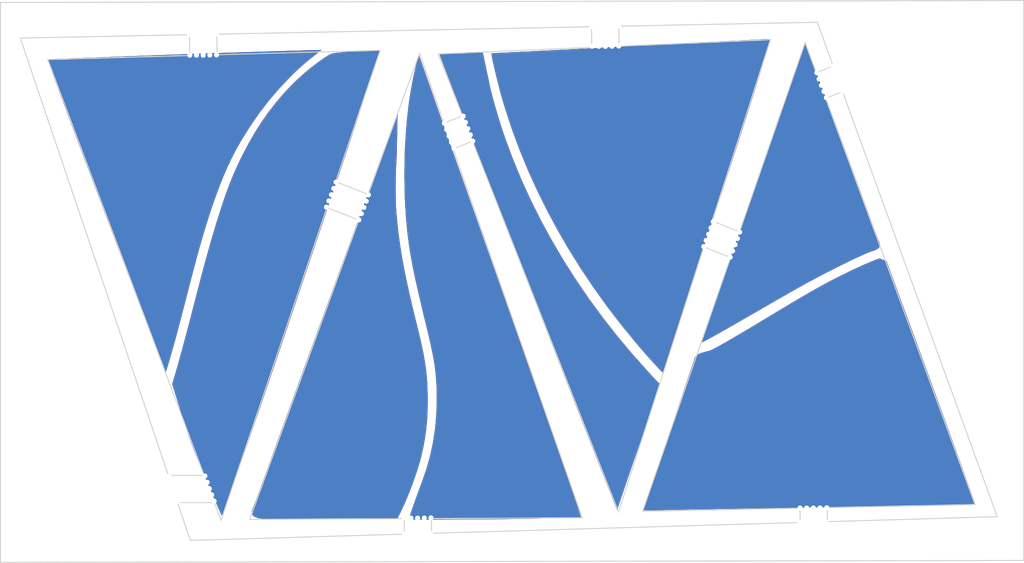
<source format=kicad_pcb>
(kicad_pcb (version 20171130) (host pcbnew 5.0.0-fee4fd1~66~ubuntu16.04.1)

  (general
    (thickness 1.6)
    (drawings 0)
    (tracks 0)
    (zones 0)
    (modules 1)
    (nets 1)
  )

  (page A4)
  (layers
    (0 F.Cu signal)
    (31 B.Cu signal)
    (32 B.Adhes user)
    (33 F.Adhes user)
    (34 B.Paste user)
    (35 F.Paste user)
    (36 B.SilkS user)
    (37 F.SilkS user)
    (38 B.Mask user)
    (39 F.Mask user)
    (40 Dwgs.User user)
    (41 Cmts.User user)
    (42 Eco1.User user)
    (43 Eco2.User user)
    (44 Edge.Cuts user)
    (45 Margin user)
    (46 B.CrtYd user)
    (47 F.CrtYd user)
    (48 B.Fab user)
    (49 F.Fab user)
  )

  (setup
    (last_trace_width 0.25)
    (trace_clearance 0.2)
    (zone_clearance 0.508)
    (zone_45_only no)
    (trace_min 0.2)
    (segment_width 0.2)
    (edge_width 0.15)
    (via_size 0.8)
    (via_drill 0.4)
    (via_min_size 0.4)
    (via_min_drill 0.3)
    (uvia_size 0.3)
    (uvia_drill 0.1)
    (uvias_allowed no)
    (uvia_min_size 0.2)
    (uvia_min_drill 0.1)
    (pcb_text_width 0.3)
    (pcb_text_size 1.5 1.5)
    (mod_edge_width 0.15)
    (mod_text_size 1 1)
    (mod_text_width 0.15)
    (pad_size 1.524 1.524)
    (pad_drill 0.762)
    (pad_to_mask_clearance 0.2)
    (aux_axis_origin 0 0)
    (visible_elements FFFFFF7F)
    (pcbplotparams
      (layerselection 0x010fc_ffffffff)
      (usegerberextensions false)
      (usegerberattributes false)
      (usegerberadvancedattributes false)
      (creategerberjobfile false)
      (excludeedgelayer true)
      (linewidth 0.150000)
      (plotframeref false)
      (viasonmask false)
      (mode 1)
      (useauxorigin false)
      (hpglpennumber 1)
      (hpglpenspeed 20)
      (hpglpendiameter 15.000000)
      (psnegative false)
      (psa4output false)
      (plotreference true)
      (plotvalue true)
      (plotinvisibletext false)
      (padsonsilk false)
      (subtractmaskfromsilk false)
      (outputformat 1)
      (mirror false)
      (drillshape 0)
      (scaleselection 1)
      (outputdirectory "gerbers"))
  )

  (net 0 "")

  (net_class Default "This is the default net class."
    (clearance 0.2)
    (trace_width 0.25)
    (via_dia 0.8)
    (via_drill 0.4)
    (uvia_dia 0.3)
    (uvia_drill 0.1)
  )

  (module drawings:corners (layer F.Cu) (tedit 0) (tstamp 5BB796F8)
    (at 181.293 75.498)
    (fp_text reference "" (at 0 0) (layer F.SilkS)
      (effects (font (size 1.27 1.27) (thickness 0.15)))
    )
    (fp_text value "" (at 0 0) (layer F.SilkS)
      (effects (font (size 1.27 1.27) (thickness 0.15)))
    )
    (fp_line (start -56.688262 -8.132266) (end -56.688262 -8.132266) (layer Edge.Cuts) (width 0.1))
    (fp_line (start -56.688262 -8.132266) (end -56.688262 -8.132266) (layer Edge.Cuts) (width 0.1))
    (fp_line (start -67.37357 23.43087) (end -56.688262 -8.132266) (layer Edge.Cuts) (width 0.1))
    (fp_line (start -68.043848 21.64824) (end -67.37357 23.43087) (layer Edge.Cuts) (width 0.1))
    (fp_line (start -71.760691 21.64824) (end -68.043848 21.64824) (layer Edge.Cuts) (width 0.1))
    (fp_line (start -70.470849 25.45769) (end -71.760691 21.64824) (layer Edge.Cuts) (width 0.1))
    (fp_line (start -48.876992 24.82269) (end -70.470849 25.45769) (layer Edge.Cuts) (width 0.1))
    (fp_line (start -48.896835 23.26606) (end -48.876992 24.82269) (layer Edge.Cuts) (width 0.1))
    (fp_line (start -64.477485 23.33992) (end -48.896835 23.26606) (layer Edge.Cuts) (width 0.1))
    (fp_line (start -53.476884 -6.861162) (end -64.477485 23.33992) (layer Edge.Cuts) (width 0.1))
    (fp_line (start -56.688262 -8.132266) (end -53.476884 -6.861162) (layer Edge.Cuts) (width 0.1))
    (fp_line (start -41.998376 -14.82457) (end -41.998376 -14.82457) (layer Edge.Cuts) (width 0.1))
    (fp_line (start -41.998376 -14.82457) (end -41.998376 -14.82457) (layer Edge.Cuts) (width 0.1))
    (fp_line (start -43.957947 -14.049009) (end -41.998376 -14.82457) (layer Edge.Cuts) (width 0.1))
    (fp_line (start -30.920054 23.18062) (end -43.957947 -14.049009) (layer Edge.Cuts) (width 0.1))
    (fp_line (start -46.144618 23.25283) (end -30.920054 23.18062) (layer Edge.Cuts) (width 0.1))
    (fp_line (start -46.125876 24.74166) (end -46.144618 23.25283) (layer Edge.Cuts) (width 0.1))
    (fp_line (start -8.939243 23.64805) (end -46.125876 24.74166) (layer Edge.Cuts) (width 0.1))
    (fp_line (start -8.957986 22.20387) (end -8.939243 23.64805) (layer Edge.Cuts) (width 0.1))
    (fp_line (start -24.836842 22.52743) (end -8.957986 22.20387) (layer Edge.Cuts) (width 0.1))
    (fp_line (start -15.958417 -3.084236) (end -24.836842 22.52743) (layer Edge.Cuts) (width 0.1))
    (fp_line (start -18.664332 -4.155247) (end -15.958417 -3.084236) (layer Edge.Cuts) (width 0.1))
    (fp_line (start -27.265497 22.59578) (end -18.664332 -4.155247) (layer Edge.Cuts) (width 0.1))
    (fp_line (start -41.998376 -14.82457) (end -27.265497 22.59578) (layer Edge.Cuts) (width 0.1))
    (fp_line (start -4.661263 -19.825745) (end -4.661263 -19.825745) (layer Edge.Cuts) (width 0.1))
    (fp_line (start -4.661263 -19.825745) (end -4.661263 -19.825745) (layer Edge.Cuts) (width 0.1))
    (fp_line (start -6.365069 -19.151609) (end -4.661263 -19.825745) (layer Edge.Cuts) (width 0.1))
    (fp_line (start 8.71453 21.84392) (end -6.365069 -19.151609) (layer Edge.Cuts) (width 0.1))
    (fp_line (start -6.206319 22.14764) (end 8.71453 21.84392) (layer Edge.Cuts) (width 0.1))
    (fp_line (start -6.188127 23.56702) (end -6.206319 22.14764) (layer Edge.Cuts) (width 0.1))
    (fp_line (start 10.95026 23.06321) (end -6.188127 23.56702) (layer Edge.Cuts) (width 0.1))
    (fp_line (start -4.661263 -19.825745) (end 10.95026 23.06321) (layer Edge.Cuts) (width 0.1))
    (fp_line (start -70.556288 -25.569957) (end -70.556288 -25.569957) (layer Edge.Cuts) (width 0.1))
    (fp_line (start -70.556288 -25.569957) (end -70.556288 -25.569957) (layer Edge.Cuts) (width 0.1))
    (fp_line (start -87.633486 -25.23096) (end -70.556288 -25.569957) (layer Edge.Cuts) (width 0.1))
    (fp_line (start -72.692246 18.89658) (end -87.633486 -25.23096) (layer Edge.Cuts) (width 0.1))
    (fp_line (start -69.07903 18.89658) (end -72.692246 18.89658) (layer Edge.Cuts) (width 0.1))
    (fp_line (start -84.863078 -23.069646) (end -69.07903 18.89658) (layer Edge.Cuts) (width 0.1))
    (fp_line (start -70.529277 -23.465971) (end -84.863078 -23.069646) (layer Edge.Cuts) (width 0.1))
    (fp_line (start -70.556288 -25.569957) (end -70.529277 -23.465971) (layer Edge.Cuts) (width 0.1))
    (fp_line (start -29.989602 -26.375284) (end -29.989602 -26.375284) (layer Edge.Cuts) (width 0.1))
    (fp_line (start -29.989602 -26.375284) (end -29.989602 -26.375284) (layer Edge.Cuts) (width 0.1))
    (fp_line (start -67.804622 -25.624527) (end -29.989602 -26.375284) (layer Edge.Cuts) (width 0.1))
    (fp_line (start -67.778161 -23.542038) (end -67.804622 -25.624527) (layer Edge.Cuts) (width 0.1))
    (fp_line (start -51.317774 -23.996791) (end -67.778161 -23.542038) (layer Edge.Cuts) (width 0.1))
    (fp_line (start -55.805217 -10.741717) (end -51.317774 -23.996791) (layer Edge.Cuts) (width 0.1))
    (fp_line (start -52.534857 -9.447463) (end -55.805217 -10.741717) (layer Edge.Cuts) (width 0.1))
    (fp_line (start -47.340755 -23.707403) (end -52.534857 -9.447463) (layer Edge.Cuts) (width 0.1))
    (fp_line (start -44.868554 -16.647987) (end -47.340755 -23.707403) (layer Edge.Cuts) (width 0.1))
    (fp_line (start -43.00655 -17.384963) (end -44.868554 -16.647987) (layer Edge.Cuts) (width 0.1))
    (fp_line (start -45.465521 -23.630783) (end -43.00655 -17.384963) (layer Edge.Cuts) (width 0.1))
    (fp_line (start -29.962593 -24.297202) (end -45.465521 -23.630783) (layer Edge.Cuts) (width 0.1))
    (fp_line (start -29.989602 -26.375284) (end -29.962593 -24.297202) (layer Edge.Cuts) (width 0.1))
    (fp_line (start -7.210082 -26.827279) (end -7.210082 -26.827279) (layer Edge.Cuts) (width 0.1))
    (fp_line (start -7.210082 -26.827279) (end -7.210082 -26.827279) (layer Edge.Cuts) (width 0.1))
    (fp_line (start -27.237935 -26.429854) (end -7.210082 -26.827279) (layer Edge.Cuts) (width 0.1))
    (fp_line (start -27.212027 -24.415713) (end -27.237935 -26.429854) (layer Edge.Cuts) (width 0.1))
    (fp_line (start -11.938404 -25.07221) (end -27.212027 -24.415713) (layer Edge.Cuts) (width 0.1))
    (fp_line (start -17.819873 -6.780133) (end -11.938404 -25.07221) (layer Edge.Cuts) (width 0.1))
    (fp_line (start -15.056079 -5.686522) (end -17.819873 -6.780133) (layer Edge.Cuts) (width 0.1))
    (fp_line (start -8.436535 -24.782272) (end -15.056079 -5.686522) (layer Edge.Cuts) (width 0.1))
    (fp_line (start -7.315362 -21.734602) (end -8.436535 -24.782272) (layer Edge.Cuts) (width 0.1))
    (fp_line (start -5.603289 -22.412596) (end -7.315362 -21.734602) (layer Edge.Cuts) (width 0.1))
    (fp_line (start -7.210082 -26.827279) (end -5.603289 -22.412596) (layer Edge.Cuts) (width 0.1))
    (fp_line (start 13.61966 -29.022199) (end 13.61966 -29.022199) (layer Edge.Cuts) (width 0.1))
    (fp_line (start 13.61966 -29.022199) (end 13.61966 -29.022199) (layer Edge.Cuts) (width 0.1))
    (fp_line (start 13.61966 27.4777) (end 13.61966 -29.022199) (layer Edge.Cuts) (width 0.1))
    (fp_line (start -89.628885 27.67722) (end 13.61966 27.4777) (layer Edge.Cuts) (width 0.1))
    (fp_line (start -89.628885 -28.822681) (end -89.628885 27.67722) (layer Edge.Cuts) (width 0.1))
    (fp_line (start 13.61966 -29.022199) (end -89.628885 -28.822681) (layer Edge.Cuts) (width 0.1))
    (fp_poly (pts (xy -8.468983 -23.762617) (xy -8.41358 -23.675667) (xy -8.337956 -23.52928) (xy -8.241645 -23.322255)
      (xy -8.124185 -23.053391) (xy -7.98511 -22.721485) (xy -7.823957 -22.325334) (xy -7.640261 -21.863738)
      (xy -7.433559 -21.335495) (xy -7.203386 -20.739401) (xy -6.949278 -20.074256) (xy -6.670771 -19.338857)
      (xy -6.367401 -18.532003) (xy -6.038704 -17.652492) (xy -5.684215 -16.699121) (xy -5.303471 -15.670688)
      (xy -4.896008 -14.565992) (xy -4.46136 -13.383831) (xy -4.001078 -12.1285) (xy -3.776175 -11.513716)
      (xy -3.54548 -10.881875) (xy -3.311973 -10.24121) (xy -3.078635 -9.599954) (xy -2.84845 -8.96634)
      (xy -2.624397 -8.3486) (xy -2.409459 -7.754966) (xy -2.206617 -7.193671) (xy -2.018853 -6.672949)
      (xy -1.849148 -6.20103) (xy -1.700483 -5.786149) (xy -1.57584 -5.436537) (xy -1.502051 -5.228167)
      (xy -1.413049 -4.975953) (xy -1.331567 -4.745286) (xy -1.262589 -4.550254) (xy -1.2111 -4.404946)
      (xy -1.182082 -4.323454) (xy -1.180118 -4.318) (xy -1.125203 -4.236361) (xy -1.023869 -4.208049)
      (xy -1.011707 -4.20747) (xy -0.90705 -4.185794) (xy -0.812459 -4.122234) (xy -0.719973 -4.006834)
      (xy -0.621629 -3.829638) (xy -0.509464 -3.580689) (xy -0.508378 -3.578118) (xy -0.407866 -3.314576)
      (xy -0.356051 -3.108409) (xy -0.352578 -2.94798) (xy -0.397091 -2.821652) (xy -0.482316 -2.723648)
      (xy -0.588866 -2.631997) (xy -0.364336 -2.088582) (xy -0.266703 -1.848077) (xy -0.148558 -1.549948)
      (xy -0.012253 -1.200555) (xy 0.13986 -0.806253) (xy 0.305429 -0.373401) (xy 0.482103 0.091643)
      (xy 0.667528 0.582522) (xy 0.859355 1.092879) (xy 1.055229 1.616355) (xy 1.2528 2.146594)
      (xy 1.449716 2.677238) (xy 1.643624 3.201929) (xy 1.832173 3.714309) (xy 2.013011 4.208021)
      (xy 2.183785 4.676708) (xy 2.342145 5.114011) (xy 2.485737 5.513574) (xy 2.612211 5.869038)
      (xy 2.719214 6.174047) (xy 2.804394 6.422241) (xy 2.865399 6.607265) (xy 2.899877 6.72276)
      (xy 2.906501 6.752924) (xy 2.91829 6.870163) (xy 2.907035 6.92607) (xy 2.866589 6.942279)
      (xy 2.852574 6.942667) (xy 2.7973 6.92243) (xy 2.678039 6.865055) (xy 2.504239 6.775545)
      (xy 2.285345 6.658902) (xy 2.030806 6.52013) (xy 1.750068 6.364229) (xy 1.587403 6.272705)
      (xy 1.340663 6.132871) (xy 1.030578 5.956547) (xy 0.667187 5.749471) (xy 0.26053 5.517381)
      (xy -0.179355 5.266014) (xy -0.642427 5.001107) (xy -1.118648 4.728399) (xy -1.597978 4.453627)
      (xy -2.070378 4.182528) (xy -2.180167 4.119476) (xy -2.642986 3.853956) (xy -3.110215 3.586506)
      (xy -3.572499 3.322444) (xy -4.020483 3.067086) (xy -4.444815 2.825753) (xy -4.836141 2.603761)
      (xy -5.185105 2.406428) (xy -5.482354 2.239072) (xy -5.718535 2.107012) (xy -5.7785 2.073733)
      (xy -6.08929 1.902776) (xy -6.40741 1.729785) (xy -6.72373 1.559545) (xy -7.029121 1.396839)
      (xy -7.314454 1.246453) (xy -7.570599 1.113172) (xy -7.788428 1.00178) (xy -7.95881 0.917061)
      (xy -8.072616 0.863801) (xy -8.119755 0.846695) (xy -8.165872 0.868175) (xy -8.279526 0.930674)
      (xy -8.455859 1.031314) (xy -8.690012 1.167217) (xy -8.977124 1.335502) (xy -9.312338 1.533291)
      (xy -9.690793 1.757706) (xy -10.107631 2.005868) (xy -10.557991 2.274897) (xy -11.037016 2.561914)
      (xy -11.539845 2.864042) (xy -12.061619 3.178401) (xy -12.3825 3.37214) (xy -13.231695 3.883061)
      (xy -14.012771 4.348279) (xy -14.72807 4.769028) (xy -15.379938 5.146543) (xy -15.970718 5.48206)
      (xy -16.502754 5.776815) (xy -16.978391 6.032041) (xy -17.399972 6.248975) (xy -17.769842 6.428851)
      (xy -18.090344 6.572906) (xy -18.363823 6.682373) (xy -18.592622 6.758488) (xy -18.779086 6.802487)
      (xy -18.917288 6.815667) (xy -19.133756 6.79788) (xy -19.274336 6.744191) (xy -19.340048 6.654103)
      (xy -19.345598 6.607788) (xy -19.317218 6.349525) (xy -19.242153 6.058127) (xy -19.130855 5.762944)
      (xy -18.993773 5.493325) (xy -18.896564 5.346708) (xy -18.825776 5.281456) (xy -18.683918 5.177963)
      (xy -18.474417 5.038223) (xy -18.200697 4.864232) (xy -17.866185 4.657983) (xy -17.474305 4.421474)
      (xy -17.028484 4.156697) (xy -16.532146 3.865649) (xy -15.988717 3.550325) (xy -15.401623 3.212719)
      (xy -14.774289 2.854827) (xy -14.11014 2.478643) (xy -13.412603 2.086162) (xy -12.685102 1.67938)
      (xy -11.931063 1.260292) (xy -11.153911 0.830893) (xy -10.951871 0.719667) (xy -10.634928 0.544775)
      (xy -10.342548 0.382397) (xy -10.08276 0.237071) (xy -9.863591 0.113333) (xy -9.693071 0.015722)
      (xy -9.579227 -0.051225) (xy -9.530089 -0.082971) (xy -9.52873 -0.084667) (xy -9.564488 -0.109143)
      (xy -9.666635 -0.171005) (xy -9.82781 -0.266053) (xy -10.040652 -0.390088) (xy -10.2978 -0.538911)
      (xy -10.591891 -0.708324) (xy -10.915566 -0.894128) (xy -11.261461 -1.092123) (xy -11.622216 -1.29811)
      (xy -11.99047 -1.507892) (xy -12.358861 -1.717268) (xy -12.720028 -1.922039) (xy -13.066609 -2.118007)
      (xy -13.391243 -2.300974) (xy -13.686568 -2.466738) (xy -13.945224 -2.611103) (xy -14.159849 -2.729869)
      (xy -14.305819 -2.809532) (xy -14.65819 -2.996928) (xy -14.957641 -3.150142) (xy -15.199689 -3.26704)
      (xy -15.37985 -3.34549) (xy -15.493639 -3.383358) (xy -15.519113 -3.386667) (xy -15.566094 -3.422811)
      (xy -15.578667 -3.484024) (xy -15.565123 -3.546208) (xy -15.526667 -3.678149) (xy -15.466568 -3.869763)
      (xy -15.388091 -4.110965) (xy -15.294504 -4.391673) (xy -15.189073 -4.701803) (xy -15.108952 -4.933941)
      (xy -15.038245 -5.137754) (xy -14.941969 -5.4156) (xy -14.822196 -5.761485) (xy -14.681 -6.169414)
      (xy -14.520454 -6.633394) (xy -14.34263 -7.147431) (xy -14.149603 -7.70553) (xy -13.943444 -8.301696)
      (xy -13.726228 -8.929937) (xy -13.500026 -9.584258) (xy -13.266913 -10.258665) (xy -13.028961 -10.947163)
      (xy -12.788243 -11.643759) (xy -12.657321 -12.022667) (xy -12.251206 -13.197837) (xy -11.871737 -14.295397)
      (xy -11.518042 -15.317812) (xy -11.189255 -16.267544) (xy -10.884505 -17.147054) (xy -10.602924 -17.958807)
      (xy -10.343643 -18.705264) (xy -10.105792 -19.388889) (xy -9.888503 -20.012144) (xy -9.690907 -20.577491)
      (xy -9.512135 -21.087394) (xy -9.351317 -21.544315) (xy -9.207586 -21.950717) (xy -9.080071 -22.309062)
      (xy -8.967904 -22.621814) (xy -8.870215 -22.891435) (xy -8.786137 -23.120387) (xy -8.7148 -23.311133)
      (xy -8.655334 -23.466137) (xy -8.606871 -23.58786) (xy -8.568542 -23.678765) (xy -8.539479 -23.741316)
      (xy -8.518811 -23.777974) (xy -8.50567 -23.791203) (xy -8.504628 -23.791333) (xy -8.468983 -23.762617)) (layer B.Mask) (width 0.01))
    (fp_poly (pts (xy -40.351066 -23.977497) (xy -40.113419 -23.90512) (xy -39.935698 -23.787637) (xy -39.912538 -23.763775)
      (xy -39.878973 -23.694757) (xy -39.832343 -23.551689) (xy -39.77518 -23.343735) (xy -39.710017 -23.080064)
      (xy -39.645223 -22.796358) (xy -39.155021 -20.748391) (xy -38.594039 -18.727904) (xy -37.959259 -16.725543)
      (xy -37.247661 -14.731951) (xy -36.456227 -12.737774) (xy -36.21435 -12.165035) (xy -35.622474 -10.830585)
      (xy -34.976289 -9.463567) (xy -34.286806 -8.08528) (xy -33.565036 -6.717023) (xy -32.821992 -5.380093)
      (xy -32.068685 -4.09579) (xy -31.892681 -3.806078) (xy -31.540683 -3.230656) (xy -30.766925 -3.136841)
      (xy -30.097416 -3.057332) (xy -29.350169 -2.971739) (xy -28.524337 -2.879972) (xy -27.619069 -2.781941)
      (xy -26.633517 -2.677556) (xy -25.566832 -2.566727) (xy -24.418164 -2.449364) (xy -23.186665 -2.325377)
      (xy -22.087417 -2.216027) (xy -21.547305 -2.162195) (xy -21.086182 -2.115346) (xy -20.698712 -2.074828)
      (xy -20.379563 -2.039987) (xy -20.123401 -2.010169) (xy -19.924893 -1.984723) (xy -19.778704 -1.962994)
      (xy -19.6795 -1.944329) (xy -19.621949 -1.928074) (xy -19.600717 -1.913577) (xy -19.600333 -1.911395)
      (xy -19.612656 -1.853959) (xy -19.646905 -1.729822) (xy -19.698999 -1.552853) (xy -19.76486 -1.336926)
      (xy -19.837087 -1.106377) (xy -19.977201 -0.665397) (xy -20.139515 -0.155995) (xy -20.320138 0.409704)
      (xy -20.515181 1.019576) (xy -20.720753 1.661494) (xy -20.932964 2.323336) (xy -21.147923 2.992975)
      (xy -21.361742 3.658287) (xy -21.570528 4.307147) (xy -21.770394 4.92743) (xy -21.957447 5.507012)
      (xy -22.127798 6.033768) (xy -22.143813 6.08322) (xy -22.818392 8.165939) (xy -22.748299 8.312926)
      (xy -22.718539 8.382364) (xy -22.703506 8.449046) (xy -22.70403 8.532337) (xy -22.720941 8.651601)
      (xy -22.75507 8.826199) (xy -22.774252 8.918373) (xy -22.84305 9.214401) (xy -22.911545 9.434661)
      (xy -22.984581 9.587896) (xy -23.067002 9.682846) (xy -23.163653 9.728254) (xy -23.226965 9.73532)
      (xy -23.282971 9.750978) (xy -23.329416 9.807335) (xy -23.3776 9.921307) (xy -23.4046 10.00125)
      (xy -23.432925 10.08896) (xy -23.484579 10.249342) (xy -23.557009 10.474451) (xy -23.647662 10.756346)
      (xy -23.753985 11.087084) (xy -23.873424 11.458722) (xy -24.003426 11.863318) (xy -24.141438 12.292929)
      (xy -24.278982 12.721167) (xy -24.49948 13.40609) (xy -24.722309 14.095102) (xy -24.945861 14.783395)
      (xy -25.168531 15.466163) (xy -25.388711 16.1386) (xy -25.604793 16.795899) (xy -25.815172 17.433254)
      (xy -26.018241 18.045857) (xy -26.212391 18.628904) (xy -26.396017 19.177586) (xy -26.567512 19.687098)
      (xy -26.725267 20.152633) (xy -26.867678 20.569385) (xy -26.993135 20.932548) (xy -27.100034 21.237314)
      (xy -27.186766 21.478877) (xy -27.251725 21.652431) (xy -27.293303 21.753169) (xy -27.306582 21.776896)
      (xy -27.343786 21.765088) (xy -27.397613 21.68506) (xy -27.434812 21.607563) (xy -27.474816 21.512287)
      (xy -27.540755 21.350788) (xy -27.633001 21.122125) (xy -27.751929 20.825358) (xy -27.89791 20.459545)
      (xy -28.071318 20.023747) (xy -28.272526 19.517023) (xy -28.501906 18.938433) (xy -28.759832 18.287036)
      (xy -29.046677 17.561892) (xy -29.362813 16.76206) (xy -29.708615 15.8866) (xy -30.084454 14.934572)
      (xy -30.490703 13.905035) (xy -30.657124 13.483167) (xy -31.226597 12.039025) (xy -31.765377 10.671765)
      (xy -32.274141 9.379627) (xy -32.753563 8.160852) (xy -33.20432 7.013679) (xy -33.627086 5.93635)
      (xy -34.022536 4.927103) (xy -34.391347 3.984181) (xy -34.734193 3.105822) (xy -35.05175 2.290267)
      (xy -35.344693 1.535756) (xy -35.613698 0.840531) (xy -35.859441 0.202829) (xy -36.082595 -0.379107)
      (xy -36.283838 -0.907037) (xy -36.463843 -1.382722) (xy -36.623287 -1.807921) (xy -36.762846 -2.184395)
      (xy -36.883193 -2.513901) (xy -36.985006 -2.798201) (xy -37.068958 -3.039054) (xy -37.135726 -3.23822)
      (xy -37.185985 -3.397459) (xy -37.220411 -3.51853) (xy -37.239678 -3.603193) (xy -37.244462 -3.653207)
      (xy -37.239824 -3.668288) (xy -37.192213 -3.671809) (xy -37.070464 -3.668507) (xy -36.884777 -3.659003)
      (xy -36.645351 -3.643921) (xy -36.362388 -3.623883) (xy -36.046086 -3.599511) (xy -35.845888 -3.583179)
      (xy -35.446647 -3.551673) (xy -35.062394 -3.524621) (xy -34.701891 -3.502381) (xy -34.373899 -3.48531)
      (xy -34.087182 -3.473767) (xy -33.8505 -3.468108) (xy -33.672617 -3.468693) (xy -33.562295 -3.475877)
      (xy -33.528 -3.488562) (xy -33.548331 -3.529567) (xy -33.603614 -3.628187) (xy -33.685283 -3.769409)
      (xy -33.779646 -3.929593) (xy -34.105317 -4.48921) (xy -34.45461 -5.109637) (xy -34.818402 -5.773604)
      (xy -35.187572 -6.46384) (xy -35.552997 -7.163076) (xy -35.905555 -7.854043) (xy -36.236123 -8.519471)
      (xy -36.535579 -9.142091) (xy -36.556414 -9.186333) (xy -37.303818 -10.838907) (xy -37.999478 -12.50557)
      (xy -38.64034 -14.177346) (xy -39.223355 -15.845259) (xy -39.745473 -17.500332) (xy -40.203641 -19.13359)
      (xy -40.594809 -20.736056) (xy -40.786644 -21.632333) (xy -40.844754 -21.911409) (xy -40.907165 -22.198345)
      (xy -40.968176 -22.467754) (xy -41.022088 -22.694249) (xy -41.048003 -22.7965) (xy -41.09945 -23.024634)
      (xy -41.137128 -23.256492) (xy -41.159764 -23.474688) (xy -41.166083 -23.661836) (xy -41.154809 -23.800549)
      (xy -41.126833 -23.871439) (xy -41.055179 -23.905129) (xy -40.92474 -23.936854) (xy -40.761384 -23.963077)
      (xy -40.59098 -23.980261) (xy -40.439396 -23.98487) (xy -40.351066 -23.977497)) (layer B.Mask) (width 0.01))
    (fp_poly (pts (xy -56.501344 -23.955753) (xy -56.335872 -23.943033) (xy -56.230742 -23.923111) (xy -56.215884 -23.916844)
      (xy -56.150411 -23.838171) (xy -56.131933 -23.71367) (xy -56.159277 -23.567141) (xy -56.231266 -23.422383)
      (xy -56.240962 -23.408804) (xy -56.325875 -23.314394) (xy -56.440914 -23.211592) (xy -56.56315 -23.11808)
      (xy -56.669658 -23.051541) (xy -56.732966 -23.029333) (xy -56.783169 -23.005009) (xy -56.888802 -22.937679)
      (xy -57.03807 -22.835811) (xy -57.21918 -22.707873) (xy -57.420337 -22.562331) (xy -57.629748 -22.407653)
      (xy -57.835617 -22.252306) (xy -58.026152 -22.104756) (xy -58.078032 -22.063697) (xy -59.091002 -21.204207)
      (xy -60.063617 -20.271126) (xy -60.994931 -19.265799) (xy -61.883998 -18.18957) (xy -62.729872 -17.043785)
      (xy -63.531608 -15.829788) (xy -64.288259 -14.548924) (xy -64.998881 -13.202537) (xy -65.662527 -11.791973)
      (xy -66.200207 -10.515483) (xy -66.295356 -10.269654) (xy -66.404679 -9.973947) (xy -66.525743 -9.635922)
      (xy -66.656119 -9.263136) (xy -66.793374 -8.863149) (xy -66.935076 -8.443521) (xy -67.078794 -8.01181)
      (xy -67.222097 -7.575575) (xy -67.362553 -7.142376) (xy -67.49773 -6.719771) (xy -67.625198 -6.315321)
      (xy -67.742524 -5.936582) (xy -67.847277 -5.591116) (xy -67.937026 -5.28648) (xy -68.009338 -5.030235)
      (xy -68.061783 -4.829939) (xy -68.091929 -4.69315) (xy -68.097345 -4.627429) (xy -68.095422 -4.623644)
      (xy -68.04441 -4.617393) (xy -67.911706 -4.61703) (xy -67.700069 -4.622401) (xy -67.412256 -4.633353)
      (xy -67.051027 -4.64973) (xy -66.61914 -4.67138) (xy -66.119354 -4.698149) (xy -65.554427 -4.729883)
      (xy -64.927119 -4.766429) (xy -64.240186 -4.807631) (xy -63.496389 -4.853337) (xy -62.698486 -4.903393)
      (xy -61.849235 -4.957645) (xy -60.951395 -5.015939) (xy -60.346167 -5.055718) (xy -59.832859 -5.089446)
      (xy -59.397605 -5.117591) (xy -59.033993 -5.14043) (xy -58.735614 -5.15824) (xy -58.496057 -5.1713)
      (xy -58.308911 -5.179885) (xy -58.167767 -5.184273) (xy -58.066213 -5.184742) (xy -57.997839 -5.181568)
      (xy -57.956236 -5.175029) (xy -57.934992 -5.165401) (xy -57.930389 -5.160173) (xy -57.928475 -5.148717)
      (xy -57.93116 -5.124936) (xy -57.939432 -5.085856) (xy -57.954281 -5.028502) (xy -57.976696 -4.9499)
      (xy -58.007664 -4.847075) (xy -58.048176 -4.717053) (xy -58.09922 -4.55686) (xy -58.161784 -4.363522)
      (xy -58.236857 -4.134063) (xy -58.325429 -3.86551) (xy -58.428488 -3.554888) (xy -58.547022 -3.199223)
      (xy -58.682022 -2.79554) (xy -58.834474 -2.340865) (xy -59.005369 -1.832225) (xy -59.195695 -1.266643)
      (xy -59.406441 -0.641146) (xy -59.638596 0.04724) (xy -59.893148 0.80149) (xy -60.171087 1.624578)
      (xy -60.4734 2.519478) (xy -60.801078 3.489166) (xy -61.088367 4.339167) (xy -61.612576 5.889922)
      (xy -62.110212 7.361839) (xy -62.581748 8.756311) (xy -63.027656 10.074732) (xy -63.448411 11.318492)
      (xy -63.844484 12.488987) (xy -64.216349 13.587607) (xy -64.56448 14.615747) (xy -64.889348 15.574799)
      (xy -65.191428 16.466155) (xy -65.471191 17.291209) (xy -65.729112 18.051353) (xy -65.965663 18.747981)
      (xy -66.181317 19.382484) (xy -66.376547 19.956256) (xy -66.551826 20.47069) (xy -66.707627 20.927178)
      (xy -66.844424 21.327114) (xy -66.962689 21.671889) (xy -67.062895 21.962898) (xy -67.145515 22.201532)
      (xy -67.211023 22.389185) (xy -67.259891 22.527249) (xy -67.292593 22.617117) (xy -67.309601 22.660182)
      (xy -67.31193 22.664452) (xy -67.344275 22.647202) (xy -67.398845 22.56789) (xy -67.465056 22.442506)
      (xy -67.480076 22.410452) (xy -67.567166 22.21269) (xy -67.6809 21.9418) (xy -67.818851 21.604173)
      (xy -67.97859 21.206198) (xy -68.157692 20.754266) (xy -68.353728 20.254769) (xy -68.564272 19.714098)
      (xy -68.786896 19.138642) (xy -69.019173 18.534793) (xy -69.258675 17.908941) (xy -69.502976 17.267477)
      (xy -69.749648 16.616793) (xy -69.996264 15.963278) (xy -70.240397 15.313323) (xy -70.479619 14.67332)
      (xy -70.711503 14.049658) (xy -70.933623 13.44873) (xy -71.14355 12.876924) (xy -71.338858 12.340633)
      (xy -71.517119 11.846247) (xy -71.675906 11.400157) (xy -71.812792 11.008753) (xy -71.835411 10.943167)
      (xy -72.1995 9.884833) (xy -72.332533 9.897759) (xy -72.43716 9.891352) (xy -72.516449 9.83418)
      (xy -72.557038 9.782223) (xy -72.67394 9.585428) (xy -72.794879 9.322717) (xy -72.912402 9.012056)
      (xy -73.019056 8.671414) (xy -73.021577 8.662461) (xy -73.076238 8.46247) (xy -73.108635 8.322395)
      (xy -73.121024 8.221117) (xy -73.115662 8.137515) (xy -73.094808 8.050468) (xy -73.089054 8.031047)
      (xy -73.070773 7.966226) (xy -73.061235 7.907049) (xy -73.063629 7.841206) (xy -73.08114 7.75639)
      (xy -73.116954 7.640292) (xy -73.174257 7.480604) (xy -73.256235 7.265018) (xy -73.350247 7.022052)
      (xy -73.521367 6.579361) (xy -73.706977 6.096759) (xy -73.905129 5.579448) (xy -74.113872 5.03263)
      (xy -74.331259 4.461507) (xy -74.555341 3.87128) (xy -74.784169 3.267151) (xy -75.015795 2.654323)
      (xy -75.24827 2.037996) (xy -75.479644 1.423374) (xy -75.707971 0.815657) (xy -75.9313 0.220048)
      (xy -76.147682 -0.358251) (xy -76.355171 -0.914039) (xy -76.551816 -1.442114) (xy -76.735669 -1.937274)
      (xy -76.904781 -2.394317) (xy -77.057203 -2.808041) (xy -77.190988 -3.173245) (xy -77.304186 -3.484726)
      (xy -77.394848 -3.737283) (xy -77.461026 -3.925713) (xy -77.50077 -4.044815) (xy -77.512333 -4.08822)
      (xy -77.50986 -4.10029) (xy -77.498298 -4.110984) (xy -77.471432 -4.120702) (xy -77.423047 -4.129842)
      (xy -77.346928 -4.138806) (xy -77.236861 -4.147993) (xy -77.086631 -4.157802) (xy -76.890023 -4.168634)
      (xy -76.640821 -4.180887) (xy -76.332813 -4.194963) (xy -75.959782 -4.21126) (xy -75.515513 -4.230178)
      (xy -74.993793 -4.252117) (xy -74.908833 -4.255678) (xy -74.01857 -4.294112) (xy -73.212573 -4.33128)
      (xy -72.490452 -4.367207) (xy -71.851816 -4.401921) (xy -71.296275 -4.435448) (xy -70.823439 -4.467813)
      (xy -70.432917 -4.499044) (xy -70.124319 -4.529166) (xy -69.897254 -4.558206) (xy -69.751332 -4.58619)
      (xy -69.693083 -4.607624) (xy -69.663548 -4.658088) (xy -69.61939 -4.771273) (xy -69.567634 -4.928048)
      (xy -69.53512 -5.037667) (xy -69.382654 -5.560227) (xy -69.206793 -6.140081) (xy -69.013203 -6.759922)
      (xy -68.80755 -7.402442) (xy -68.595501 -8.050335) (xy -68.382722 -8.686294) (xy -68.17488 -9.293011)
      (xy -67.977641 -9.85318) (xy -67.796671 -10.349493) (xy -67.791118 -10.364379) (xy -67.283949 -11.624619)
      (xy -66.703195 -12.890327) (xy -66.057324 -14.146089) (xy -65.354802 -15.376489) (xy -64.604095 -16.566114)
      (xy -63.813671 -17.699548) (xy -63.616591 -17.964699) (xy -63.10163 -18.635262) (xy -62.604324 -19.253258)
      (xy -62.106579 -19.839511) (xy -61.5903 -20.41485) (xy -61.037391 -21.0001) (xy -60.537989 -21.508009)
      (xy -60.043799 -21.997822) (xy -59.601098 -22.425512) (xy -59.206788 -22.793677) (xy -58.857771 -23.104916)
      (xy -58.550949 -23.361827) (xy -58.283227 -23.567009) (xy -58.051505 -23.723058) (xy -57.852686 -23.832574)
      (xy -57.691093 -23.895989) (xy -57.56492 -23.9208) (xy -57.384417 -23.940031) (xy -57.168695 -23.953412)
      (xy -56.936868 -23.960672) (xy -56.708047 -23.961543) (xy -56.501344 -23.955753)) (layer B.Mask) (width 0.01))
    (fp_poly (pts (xy -47.269813 -22.870904) (xy -47.253646 -22.829605) (xy -47.232123 -22.768517) (xy -47.183982 -22.631454)
      (xy -47.1106 -22.422346) (xy -47.013355 -22.145123) (xy -46.893622 -21.803714) (xy -46.752781 -21.40205)
      (xy -46.592207 -20.944059) (xy -46.413278 -20.433672) (xy -46.21737 -19.874819) (xy -46.005862 -19.271429)
      (xy -45.78013 -18.627431) (xy -45.541551 -17.946756) (xy -45.291502 -17.233334) (xy -45.031361 -16.491093)
      (xy -44.762504 -15.723965) (xy -44.486309 -14.935878) (xy -44.204153 -14.130762) (xy -43.917413 -13.312547)
      (xy -43.627465 -12.485163) (xy -43.335688 -11.65254) (xy -43.043457 -10.818607) (xy -42.752151 -9.987293)
      (xy -42.463147 -9.16253) (xy -42.177821 -8.348246) (xy -41.897551 -7.548371) (xy -41.623713 -6.766835)
      (xy -41.357685 -6.007567) (xy -41.100844 -5.274498) (xy -40.854567 -4.571557) (xy -40.620232 -3.902674)
      (xy -40.399214 -3.271778) (xy -40.192892 -2.6828) (xy -40.002643 -2.139669) (xy -39.829843 -1.646314)
      (xy -39.67587 -1.206666) (xy -39.542101 -0.824655) (xy -39.429912 -0.504209) (xy -39.340682 -0.249259)
      (xy -39.30245 -0.13998) (xy -39.145881 0.308282) (xy -38.997878 0.733256) (xy -38.860779 1.128157)
      (xy -38.736919 1.486197) (xy -38.628633 1.800589) (xy -38.538256 2.064549) (xy -38.468125 2.271288)
      (xy -38.420574 2.41402) (xy -38.397939 2.485959) (xy -38.396333 2.493085) (xy -38.438423 2.500973)
      (xy -38.564725 2.50747) (xy -38.775289 2.512575) (xy -39.070165 2.516289) (xy -39.449402 2.518613)
      (xy -39.913051 2.519545) (xy -40.461159 2.519088) (xy -41.093778 2.517239) (xy -41.810957 2.514001)
      (xy -42.54753 2.509782) (xy -46.698727 2.483933) (xy -46.674867 2.58605) (xy -46.659714 2.64973)
      (xy -46.627148 2.785765) (xy -46.579562 2.98419) (xy -46.519347 3.235042) (xy -46.448895 3.528357)
      (xy -46.370598 3.854172) (xy -46.289618 4.191) (xy -46.131567 4.853488) (xy -45.993855 5.445067)
      (xy -45.875008 5.976639) (xy -45.773554 6.459104) (xy -45.688021 6.903364) (xy -45.616937 7.320319)
      (xy -45.558829 7.72087) (xy -45.512226 8.115919) (xy -45.475655 8.516365) (xy -45.447643 8.933111)
      (xy -45.426719 9.377057) (xy -45.411411 9.859103) (xy -45.400245 10.390151) (xy -45.393741 10.824373)
      (xy -45.387982 11.59782) (xy -45.393052 12.299544) (xy -45.410289 12.941959) (xy -45.441033 13.537475)
      (xy -45.486623 14.098504) (xy -45.548397 14.637458) (xy -45.627695 15.166747) (xy -45.725855 15.698785)
      (xy -45.844217 16.245981) (xy -45.98412 16.820749) (xy -46.080443 17.189571) (xy -46.154272 17.453941)
      (xy -46.247997 17.770142) (xy -46.358264 18.128265) (xy -46.481717 18.518402) (xy -46.615001 18.930644)
      (xy -46.75476 19.355083) (xy -46.897638 19.781811) (xy -47.04028 20.200919) (xy -47.179331 20.6025)
      (xy -47.311434 20.976643) (xy -47.433236 21.313441) (xy -47.541379 21.602986) (xy -47.632509 21.835369)
      (xy -47.70327 22.000682) (xy -47.724797 22.045177) (xy -47.761963 22.135925) (xy -47.812811 22.283971)
      (xy -47.869174 22.464815) (xy -47.900043 22.571066) (xy -47.981774 22.842245) (xy -48.061438 23.043644)
      (xy -48.153299 23.186437) (xy -48.271623 23.281797) (xy -48.430676 23.340898) (xy -48.644722 23.374913)
      (xy -48.928027 23.395015) (xy -48.95367 23.396335) (xy -49.172297 23.406904) (xy -49.323125 23.410976)
      (xy -49.422913 23.406348) (xy -49.488422 23.390813) (xy -49.536411 23.362168) (xy -49.583638 23.318208)
      (xy -49.589114 23.312735) (xy -49.67631 23.184409) (xy -49.699333 23.08036) (xy -49.682612 23.005909)
      (xy -49.635904 22.867924) (xy -49.564392 22.679888) (xy -49.473258 22.455284) (xy -49.367687 22.207594)
      (xy -49.336501 22.136519) (xy -48.857441 21.015782) (xy -48.43499 19.950708) (xy -48.067269 18.93574)
      (xy -47.752399 17.965323) (xy -47.488503 17.0339) (xy -47.273701 16.135917) (xy -47.219116 15.875)
      (xy -47.103998 15.213883) (xy -47.009927 14.475046) (xy -46.937235 13.662864) (xy -46.886253 12.781708)
      (xy -46.857311 11.835954) (xy -46.850266 11.006667) (xy -46.851758 10.585489) (xy -46.85621 10.194572)
      (xy -46.864659 9.827139) (xy -46.878144 9.476408) (xy -46.897702 9.135602) (xy -46.924373 8.79794)
      (xy -46.959192 8.456645) (xy -47.003199 8.104936) (xy -47.057432 7.736035) (xy -47.122928 7.343162)
      (xy -47.200726 6.919538) (xy -47.291864 6.458385) (xy -47.397379 5.952922) (xy -47.518309 5.396371)
      (xy -47.655693 4.781952) (xy -47.810568 4.102887) (xy -47.983973 3.352396) (xy -48.096002 2.870749)
      (xy -48.13935 2.693671) (xy -48.17463 2.582532) (xy -48.210501 2.520274) (xy -48.255623 2.489838)
      (xy -48.294929 2.478843) (xy -48.380583 2.468946) (xy -48.54691 2.458099) (xy -48.789923 2.446417)
      (xy -49.105636 2.434014) (xy -49.49006 2.421004) (xy -49.93921 2.407504) (xy -50.449097 2.393627)
      (xy -51.015736 2.379489) (xy -51.63514 2.365204) (xy -52.30332 2.350887) (xy -53.016292 2.336654)
      (xy -53.636333 2.325037) (xy -54.109815 2.315906) (xy -54.558414 2.306263) (xy -54.974943 2.296328)
      (xy -55.352217 2.286318) (xy -55.683048 2.276453) (xy -55.960251 2.266951) (xy -56.176638 2.258031)
      (xy -56.325025 2.249911) (xy -56.398223 2.24281) (xy -56.404578 2.240804) (xy -56.422189 2.192561)
      (xy -56.418352 2.096762) (xy -56.392032 1.94999) (xy -56.342194 1.74883) (xy -56.267803 1.489865)
      (xy -56.167824 1.169679) (xy -56.041222 0.784855) (xy -55.886963 0.331978) (xy -55.704012 -0.19237)
      (xy -55.491334 -0.791603) (xy -55.456503 -0.889) (xy -55.360026 -1.157416) (xy -55.236437 -1.499427)
      (xy -55.08788 -1.90918) (xy -54.916498 -2.380818) (xy -54.724436 -2.908486) (xy -54.513837 -3.486328)
      (xy -54.286846 -4.10849) (xy -54.045605 -4.769116) (xy -53.792259 -5.46235) (xy -53.528951 -6.182338)
      (xy -53.257826 -6.923224) (xy -52.981028 -7.679152) (xy -52.700699 -8.444268) (xy -52.418984 -9.212715)
      (xy -52.138028 -9.978639) (xy -51.859972 -10.736184) (xy -51.586963 -11.479495) (xy -51.321142 -12.202716)
      (xy -51.064655 -12.899993) (xy -50.819645 -13.565469) (xy -50.588255 -14.193289) (xy -50.37263 -14.777599)
      (xy -50.240881 -15.134167) (xy -50.139093 -15.411517) (xy -50.063706 -15.624433) (xy -50.010921 -15.787576)
      (xy -49.97694 -15.915609) (xy -49.957964 -16.023193) (xy -49.950194 -16.124992) (xy -49.949831 -16.235668)
      (xy -49.950224 -16.256) (xy -49.945099 -16.488874) (xy -49.91788 -16.731131) (xy -49.865513 -16.994817)
      (xy -49.784943 -17.291977) (xy -49.673117 -17.634657) (xy -49.526982 -18.034903) (xy -49.445836 -18.245667)
      (xy -49.374861 -18.427924) (xy -49.314433 -18.58425) (xy -49.259581 -18.728164) (xy -49.205334 -18.873188)
      (xy -49.146719 -19.03284) (xy -49.078766 -19.220641) (xy -48.996503 -19.450111) (xy -48.894958 -19.734771)
      (xy -48.793899 -20.018625) (xy -48.663609 -20.364376) (xy -48.545226 -20.63218) (xy -48.434855 -20.827267)
      (xy -48.328601 -20.95487) (xy -48.222571 -21.02022) (xy -48.112869 -21.028549) (xy -48.054079 -21.01246)
      (xy -47.93067 -20.965879) (xy -47.81451 -21.457856) (xy -47.744195 -21.740611) (xy -47.668363 -22.019712)
      (xy -47.591222 -22.281978) (xy -47.516981 -22.514228) (xy -47.449848 -22.70328) (xy -47.394031 -22.835953)
      (xy -47.354636 -22.898348) (xy -47.306871 -22.917949) (xy -47.269813 -22.870904)) (layer B.Mask) (width 0.01))
    (fp_poly (pts (xy -12.384802 -25.06829) (xy -12.327905 -25.063217) (xy -12.199999 -25.036704) (xy -12.12993 -25.002259)
      (xy -12.092357 -24.936156) (xy -12.061936 -24.814671) (xy -12.061811 -24.814115) (xy -12.052621 -24.769264)
      (xy -12.047479 -24.723791) (xy -12.04834 -24.670287) (xy -12.057158 -24.601344) (xy -12.075887 -24.509552)
      (xy -12.106484 -24.387502) (xy -12.150901 -24.227786) (xy -12.211093 -24.022996) (xy -12.289016 -23.765722)
      (xy -12.386624 -23.448555) (xy -12.505871 -23.064088) (xy -12.622024 -22.690667) (xy -12.723922 -22.363694)
      (xy -12.827693 -22.031706) (xy -12.934484 -21.691128) (xy -13.04544 -21.338384) (xy -13.161706 -20.969898)
      (xy -13.284428 -20.582094) (xy -13.414751 -20.171397) (xy -13.55382 -19.734231) (xy -13.70278 -19.26702)
      (xy -13.862777 -18.766189) (xy -14.034956 -18.228161) (xy -14.220462 -17.649362) (xy -14.420441 -17.026214)
      (xy -14.636038 -16.355143) (xy -14.868398 -15.632573) (xy -15.118667 -14.854928) (xy -15.38799 -14.018632)
      (xy -15.677512 -13.12011) (xy -15.988378 -12.155786) (xy -16.321734 -11.122084) (xy -16.678725 -10.015428)
      (xy -17.060497 -8.832243) (xy -17.110164 -8.678333) (xy -17.3358 -7.97913) (xy -17.555986 -7.296817)
      (xy -17.769152 -6.636257) (xy -17.973729 -6.002312) (xy -18.168147 -5.399845) (xy -18.350839 -4.833717)
      (xy -18.520235 -4.30879) (xy -18.674766 -3.829927) (xy -18.812862 -3.401989) (xy -18.932956 -3.029839)
      (xy -19.033477 -2.718339) (xy -19.112858 -2.472351) (xy -19.169528 -2.296737) (xy -19.201919 -2.196359)
      (xy -19.203729 -2.19075) (xy -19.265476 -2.00963) (xy -19.321857 -1.862697) (xy -19.366237 -1.766134)
      (xy -19.390336 -1.735667) (xy -19.444008 -1.739872) (xy -19.580156 -1.752373) (xy -19.797011 -1.772996)
      (xy -20.092808 -1.801568) (xy -20.465779 -1.837914) (xy -20.914156 -1.881862) (xy -21.436174 -1.933237)
      (xy -22.030065 -1.991866) (xy -22.694062 -2.057577) (xy -23.426398 -2.130194) (xy -24.225305 -2.209545)
      (xy -25.019 -2.288487) (xy -25.696929 -2.356499) (xy -26.36518 -2.424592) (xy -27.016844 -2.492009)
      (xy -27.64501 -2.557994) (xy -28.242769 -2.621791) (xy -28.803211 -2.682644) (xy -29.319424 -2.739798)
      (xy -29.7845 -2.792497) (xy -30.191529 -2.839984) (xy -30.533599 -2.881504) (xy -30.803802 -2.916301)
      (xy -30.962951 -2.938696) (xy -31.131684 -2.963249) (xy -31.264232 -2.981232) (xy -31.341727 -2.990151)
      (xy -31.353997 -2.990385) (xy -31.33615 -2.951866) (xy -31.276031 -2.851265) (xy -31.178922 -2.696548)
      (xy -31.050106 -2.495685) (xy -30.894868 -2.256642) (xy -30.718488 -1.987385) (xy -30.526251 -1.695884)
      (xy -30.32344 -1.390104) (xy -30.115338 -1.078014) (xy -29.907227 -0.76758) (xy -29.704391 -0.46677)
      (xy -29.512112 -0.183551) (xy -29.335675 0.074109) (xy -29.180361 0.298244) (xy -29.062328 0.465667)
      (xy -27.994592 1.920707) (xy -26.85969 3.388054) (xy -25.670327 4.851915) (xy -24.439205 6.296499)
      (xy -23.698581 7.133167) (xy -23.487351 7.367949) (xy -23.290795 7.585549) (xy -23.117101 7.776967)
      (xy -22.974461 7.933208) (xy -22.871062 8.045272) (xy -22.815096 8.104161) (xy -22.812367 8.106833)
      (xy -22.702709 8.258314) (xy -22.653001 8.448154) (xy -22.663019 8.682863) (xy -22.732538 8.968947)
      (xy -22.778039 9.102195) (xy -22.869427 9.341018) (xy -22.946122 9.511257) (xy -23.015722 9.626005)
      (xy -23.085827 9.698355) (xy -23.144155 9.733059) (xy -23.241066 9.768015) (xy -23.324568 9.767294)
      (xy -23.414729 9.723289) (xy -23.531615 9.628394) (xy -23.609259 9.55675) (xy -23.715363 9.451725)
      (xy -23.869211 9.292253) (xy -24.062532 9.087381) (xy -24.28706 8.846154) (xy -24.534525 8.577618)
      (xy -24.796661 8.290819) (xy -25.065199 7.994803) (xy -25.33187 7.698616) (xy -25.588407 7.411303)
      (xy -25.826542 7.141911) (xy -26.037273 6.900333) (xy -27.416815 5.259315) (xy -28.744131 3.587916)
      (xy -30.012207 1.895638) (xy -31.214025 0.191983) (xy -32.342568 -1.513545) (xy -32.871833 -2.355404)
      (xy -33.422167 -3.246433) (xy -33.697333 -3.227042) (xy -33.877642 -3.222375) (xy -34.13315 -3.22863)
      (xy -34.465372 -3.245907) (xy -34.875825 -3.27431) (xy -35.366022 -3.313938) (xy -35.93748 -3.364896)
      (xy -36.406667 -3.409292) (xy -36.701506 -3.437589) (xy -36.969408 -3.462973) (xy -37.198556 -3.48435)
      (xy -37.377135 -3.500627) (xy -37.493329 -3.510712) (xy -37.534246 -3.513598) (xy -37.566808 -3.547405)
      (xy -37.624242 -3.64969) (xy -37.707145 -3.821838) (xy -37.816112 -4.065232) (xy -37.951738 -4.381258)
      (xy -38.114619 -4.771299) (xy -38.305351 -5.236739) (xy -38.524529 -5.778964) (xy -38.733386 -6.300621)
      (xy -38.968123 -6.890661) (xy -39.22688 -7.543973) (xy -39.506814 -8.253245) (xy -39.805087 -9.011167)
      (xy -40.118857 -9.81043) (xy -40.445284 -10.643723) (xy -40.781528 -11.503735) (xy -41.124748 -12.383156)
      (xy -41.472105 -13.274676) (xy -41.820757 -14.170984) (xy -42.167865 -15.064771) (xy -42.510589 -15.948725)
      (xy -42.846086 -16.815536) (xy -43.171519 -17.657895) (xy -43.484045 -18.46849) (xy -43.780825 -19.240012)
      (xy -44.059018 -19.96515) (xy -44.315785 -20.636593) (xy -44.548284 -21.247032) (xy -44.753675 -21.789156)
      (xy -44.831934 -21.99674) (xy -44.981652 -22.398329) (xy -45.099387 -22.728635) (xy -45.184436 -22.995052)
      (xy -45.236096 -23.204974) (xy -45.253665 -23.365794) (xy -45.23644 -23.484906) (xy -45.183717 -23.569703)
      (xy -45.094795 -23.627579) (xy -44.968971 -23.665927) (xy -44.805541 -23.692142) (xy -44.669361 -23.707134)
      (xy -44.435335 -23.727615) (xy -44.133102 -23.749266) (xy -43.7791 -23.771222) (xy -43.389764 -23.792619)
      (xy -42.98153 -23.812595) (xy -42.570835 -23.830284) (xy -42.174114 -23.844825) (xy -41.886563 -23.853381)
      (xy -41.580279 -23.863419) (xy -41.346409 -23.876189) (xy -41.172717 -23.892875) (xy -41.046966 -23.914659)
      (xy -40.956918 -23.942726) (xy -40.95523 -23.943429) (xy -40.812579 -23.978759) (xy -40.624452 -23.993116)
      (xy -40.419515 -23.987883) (xy -40.226432 -23.96444) (xy -40.073868 -23.924171) (xy -40.022176 -23.898445)
      (xy -39.922265 -23.859115) (xy -39.776764 -23.850434) (xy -39.679056 -23.856762) (xy -39.58801 -23.863199)
      (xy -39.417606 -23.873348) (xy -39.173057 -23.886955) (xy -38.859578 -23.903766) (xy -38.482383 -23.923525)
      (xy -38.046687 -23.945978) (xy -37.557705 -23.97087) (xy -37.02065 -23.997947) (xy -36.440738 -24.026953)
      (xy -35.823184 -24.057634) (xy -35.173201 -24.089736) (xy -34.496003 -24.123003) (xy -33.796807 -24.157181)
      (xy -33.080826 -24.192016) (xy -32.353274 -24.227252) (xy -31.619367 -24.262634) (xy -30.884318 -24.297909)
      (xy -30.153342 -24.332821) (xy -29.431655 -24.367116) (xy -28.724469 -24.400539) (xy -28.037001 -24.432835)
      (xy -27.374463 -24.46375) (xy -26.742072 -24.493028) (xy -26.145041 -24.520416) (xy -25.588585 -24.545658)
      (xy -25.421167 -24.553186) (xy -24.928756 -24.57529) (xy -24.378793 -24.600004) (xy -23.795372 -24.626242)
      (xy -23.202587 -24.652922) (xy -22.624531 -24.678958) (xy -22.0853 -24.703267) (xy -21.6535 -24.722753)
      (xy -20.505558 -24.774199) (xy -19.428345 -24.821674) (xy -18.422865 -24.865141) (xy -17.490125 -24.904565)
      (xy -16.631132 -24.939908) (xy -15.846892 -24.971133) (xy -15.13841 -24.998203) (xy -14.506693 -25.021083)
      (xy -13.952748 -25.039735) (xy -13.477579 -25.054122) (xy -13.082194 -25.064208) (xy -12.767599 -25.069955)
      (xy -12.5348 -25.071329) (xy -12.384802 -25.06829)) (layer F.Mask) (width 0.01))
    (fp_poly (pts (xy -51.993834 -24.074614) (xy -51.874599 -24.067403) (xy -51.697757 -24.046524) (xy -51.581621 -24.019012)
      (xy -51.502237 -23.977063) (xy -51.450288 -23.929156) (xy -51.382142 -23.838993) (xy -51.350595 -23.764463)
      (xy -51.350333 -23.759719) (xy -51.351948 -23.73362) (xy -51.357404 -23.697632) (xy -51.367619 -23.648991)
      (xy -51.383513 -23.584934) (xy -51.406003 -23.502697) (xy -51.436007 -23.399516) (xy -51.474445 -23.272627)
      (xy -51.522235 -23.119268) (xy -51.580295 -22.936673) (xy -51.649543 -22.72208) (xy -51.730898 -22.472725)
      (xy -51.825278 -22.185844) (xy -51.933602 -21.858673) (xy -52.056789 -21.488449) (xy -52.195755 -21.072408)
      (xy -52.35142 -20.607787) (xy -52.524703 -20.091821) (xy -52.716521 -19.521747) (xy -52.927794 -18.894801)
      (xy -53.159439 -18.20822) (xy -53.412374 -17.459239) (xy -53.687519 -16.645096) (xy -53.985792 -15.763026)
      (xy -54.30811 -14.810266) (xy -54.655393 -13.784052) (xy -55.028559 -12.681621) (xy -55.198526 -12.179559)
      (xy -55.445807 -11.448914) (xy -55.685646 -10.739812) (xy -55.916641 -10.056418) (xy -56.137391 -9.402894)
      (xy -56.346494 -8.783406) (xy -56.542549 -8.202118) (xy -56.724153 -7.663192) (xy -56.889905 -7.170795)
      (xy -57.038403 -6.729089) (xy -57.168246 -6.34224) (xy -57.278033 -6.01441) (xy -57.36636 -5.749765)
      (xy -57.431827 -5.552468) (xy -57.473033 -5.426683) (xy -57.488574 -5.376575) (xy -57.488667 -5.375948)
      (xy -57.520255 -5.304566) (xy -57.599062 -5.210208) (xy -57.701149 -5.115778) (xy -57.802578 -5.044183)
      (xy -57.860858 -5.019816) (xy -57.956065 -5.006222) (xy -58.129185 -4.988173) (xy -58.373604 -4.966107)
      (xy -58.682711 -4.940464) (xy -59.049891 -4.911681) (xy -59.468533 -4.880199) (xy -59.932023 -4.846456)
      (xy -60.43375 -4.81089) (xy -60.967099 -4.773941) (xy -61.525459 -4.736047) (xy -62.102217 -4.697648)
      (xy -62.690759 -4.659181) (xy -63.284474 -4.621087) (xy -63.876749 -4.583803) (xy -64.46097 -4.547769)
      (xy -65.030525 -4.513423) (xy -65.578801 -4.481204) (xy -66.099186 -4.451551) (xy -66.585067 -4.424904)
      (xy -67.029831 -4.4017) (xy -67.426865 -4.382378) (xy -67.552544 -4.376649) (xy -67.805201 -4.364077)
      (xy -67.985245 -4.35136) (xy -68.104712 -4.33675) (xy -68.175641 -4.318496) (xy -68.210067 -4.29485)
      (xy -68.217489 -4.280013) (xy -68.287257 -4.040006) (xy -68.376862 -3.72157) (xy -68.485333 -3.328346)
      (xy -68.611699 -2.863973) (xy -68.754987 -2.332093) (xy -68.914225 -1.736346) (xy -69.088442 -1.080372)
      (xy -69.276666 -0.367811) (xy -69.477925 0.397695) (xy -69.691247 1.212507) (xy -69.91566 2.072983)
      (xy -69.998612 2.391833) (xy -70.266441 3.418442) (xy -70.516068 4.367894) (xy -70.748899 5.245399)
      (xy -70.966342 6.056166) (xy -71.169802 6.805404) (xy -71.360686 7.498321) (xy -71.5404 8.140126)
      (xy -71.710351 8.736028) (xy -71.730339 8.805333) (xy -71.822922 9.121898) (xy -71.897646 9.366679)
      (xy -71.958219 9.549764) (xy -72.008349 9.681242) (xy -72.051743 9.771204) (xy -72.092109 9.829738)
      (xy -72.115388 9.853083) (xy -72.250219 9.928178) (xy -72.395249 9.944702) (xy -72.519175 9.899414)
      (xy -72.524321 9.895417) (xy -72.565994 9.835869) (xy -72.629205 9.714705) (xy -72.706295 9.549777)
      (xy -72.7896 9.358941) (xy -72.871462 9.160051) (xy -72.944217 8.970962) (xy -73.000207 8.809529)
      (xy -73.021999 8.735532) (xy -73.07581 8.521604) (xy -73.106798 8.355725) (xy -73.114351 8.211696)
      (xy -73.097857 8.06332) (xy -73.056705 7.884399) (xy -72.997171 7.672469) (xy -72.869369 7.226054)
      (xy -72.722619 6.703436) (xy -72.558527 6.110546) (xy -72.378699 5.453315) (xy -72.184743 4.737674)
      (xy -71.978265 3.969553) (xy -71.76087 3.154884) (xy -71.534167 2.299598) (xy -71.29976 1.409624)
      (xy -71.268668 1.291167) (xy -71.129356 0.760755) (xy -70.987843 0.223027) (xy -70.846916 -0.311493)
      (xy -70.709361 -0.832279) (xy -70.577965 -1.328807) (xy -70.455514 -1.790553) (xy -70.344794 -2.206993)
      (xy -70.248593 -2.567601) (xy -70.169696 -2.861854) (xy -70.138906 -2.976007) (xy -70.055174 -3.288777)
      (xy -69.980274 -3.574686) (xy -69.91671 -3.823681) (xy -69.866986 -4.025705) (xy -69.833606 -4.170706)
      (xy -69.819075 -4.248628) (xy -69.819337 -4.259114) (xy -69.865998 -4.262562) (xy -69.98479 -4.260286)
      (xy -70.163409 -4.25284) (xy -70.389553 -4.240778) (xy -70.650918 -4.224655) (xy -70.787385 -4.215491)
      (xy -71.247039 -4.18461) (xy -71.698132 -4.156054) (xy -72.154519 -4.12908) (xy -72.630056 -4.102947)
      (xy -73.138599 -4.076913) (xy -73.694003 -4.050237) (xy -74.310124 -4.022177) (xy -74.803 -4.000531)
      (xy -75.452358 -3.974204) (xy -76.01779 -3.955191) (xy -76.499719 -3.943488) (xy -76.898568 -3.939094)
      (xy -77.214762 -3.942006) (xy -77.448724 -3.952222) (xy -77.600876 -3.96974) (xy -77.657124 -3.985498)
      (xy -77.735739 -4.050144) (xy -77.817012 -4.178616) (xy -77.89096 -4.340012) (xy -77.959884 -4.509681)
      (xy -78.057159 -4.755479) (xy -78.181569 -5.074198) (xy -78.331895 -5.462631) (xy -78.50692 -5.917571)
      (xy -78.705426 -6.435812) (xy -78.926197 -7.014145) (xy -79.168014 -7.649365) (xy -79.42966 -8.338263)
      (xy -79.709917 -9.077633) (xy -80.007568 -9.864268) (xy -80.321396 -10.69496) (xy -80.650182 -11.566503)
      (xy -80.99271 -12.47569) (xy -81.347761 -13.419313) (xy -81.714119 -14.394165) (xy -82.090566 -15.39704)
      (xy -82.252639 -15.829163) (xy -82.571125 -16.678689) (xy -82.861139 -17.452696) (xy -83.124025 -18.154908)
      (xy -83.361129 -18.789049) (xy -83.573795 -19.358844) (xy -83.763367 -19.868015) (xy -83.93119 -20.320287)
      (xy -84.078608 -20.719385) (xy -84.206967 -21.069031) (xy -84.317611 -21.37295) (xy -84.411885 -21.634865)
      (xy -84.491133 -21.858501) (xy -84.5567 -22.047582) (xy -84.60993 -22.205832) (xy -84.652168 -22.336974)
      (xy -84.684759 -22.444732) (xy -84.709048 -22.532831) (xy -84.726379 -22.604994) (xy -84.738096 -22.664945)
      (xy -84.745545 -22.716409) (xy -84.748107 -22.740314) (xy -84.775178 -23.022795) (xy -84.541006 -23.090183)
      (xy -84.46057 -23.108156) (xy -84.345722 -23.124636) (xy -84.189517 -23.14005) (xy -83.985014 -23.154822)
      (xy -83.725269 -23.16938) (xy -83.40334 -23.184149) (xy -83.012284 -23.199554) (xy -82.545158 -23.216023)
      (xy -82.423 -23.220113) (xy -81.958733 -23.235269) (xy -81.416081 -23.25253) (xy -80.801294 -23.271717)
      (xy -80.120622 -23.29265) (xy -79.380316 -23.315151) (xy -78.586626 -23.339038) (xy -77.745803 -23.364134)
      (xy -76.864096 -23.390258) (xy -75.947757 -23.417231) (xy -75.003036 -23.444874) (xy -74.036183 -23.473007)
      (xy -73.053448 -23.50145) (xy -72.061082 -23.530023) (xy -71.065336 -23.558549) (xy -70.072459 -23.586846)
      (xy -69.088702 -23.614736) (xy -68.120316 -23.642039) (xy -67.173551 -23.668575) (xy -66.254657 -23.694165)
      (xy -65.369885 -23.71863) (xy -64.525485 -23.74179) (xy -63.727707 -23.763465) (xy -62.982803 -23.783476)
      (xy -62.297021 -23.801644) (xy -61.676614 -23.817789) (xy -61.12783 -23.831731) (xy -61.108167 -23.832223)
      (xy -60.707039 -23.842401) (xy -60.306399 -23.852858) (xy -59.920173 -23.863209) (xy -59.562288 -23.873069)
      (xy -59.246671 -23.882055) (xy -58.987249 -23.889784) (xy -58.797948 -23.89587) (xy -58.791652 -23.896087)
      (xy -58.483468 -23.902695) (xy -58.25583 -23.898474) (xy -58.110085 -23.883473) (xy -58.064938 -23.870471)
      (xy -57.975072 -23.847072) (xy -57.864368 -23.860401) (xy -57.759828 -23.891983) (xy -57.617376 -23.923831)
      (xy -57.4178 -23.946533) (xy -57.182375 -23.959993) (xy -56.932377 -23.964116) (xy -56.689082 -23.958805)
      (xy -56.473764 -23.943966) (xy -56.3077 -23.919502) (xy -56.237274 -23.898826) (xy -56.108979 -23.86199)
      (xy -55.965474 -23.862062) (xy -55.868217 -23.876405) (xy -55.68751 -23.902073) (xy -55.437261 -23.928167)
      (xy -55.130577 -23.95406) (xy -54.780569 -23.979126) (xy -54.400344 -24.002736) (xy -54.003011 -24.024265)
      (xy -53.601679 -24.043085) (xy -53.209456 -24.05857) (xy -52.839452 -24.070092) (xy -52.504774 -24.077025)
      (xy -52.218532 -24.078741) (xy -51.993834 -24.074614)) (layer F.Mask) (width 0.01))
    (fp_poly (pts (xy -0.935103 -4.077979) (xy -0.806721 -4.022565) (xy -0.700517 -3.921924) (xy -0.605822 -3.774661)
      (xy -0.56931 -3.703481) (xy -0.501037 -3.523482) (xy -0.459604 -3.330416) (xy -0.44666 -3.147113)
      (xy -0.46385 -2.996404) (xy -0.511528 -2.902327) (xy -0.569172 -2.868778) (xy -0.691809 -2.811106)
      (xy -0.865365 -2.735474) (xy -1.075767 -2.648043) (xy -1.27 -2.570259) (xy -1.712272 -2.393234)
      (xy -2.133617 -2.218157) (xy -2.548967 -2.038241) (xy -2.973257 -1.846697) (xy -3.421419 -1.636736)
      (xy -3.908386 -1.401569) (xy -4.449093 -1.134407) (xy -4.656667 -1.030649) (xy -4.981665 -0.866347)
      (xy -5.328886 -0.688259) (xy -5.688719 -0.50153) (xy -6.051553 -0.311301) (xy -6.407776 -0.122717)
      (xy -6.747778 0.059079) (xy -7.061947 0.228944) (xy -7.340672 0.381735) (xy -7.574342 0.512309)
      (xy -7.753347 0.615522) (xy -7.868074 0.686231) (xy -7.879802 0.69417) (xy -7.886644 0.711914)
      (xy -7.866053 0.741677) (xy -7.812406 0.78702) (xy -7.720076 0.851505) (xy -7.583439 0.938694)
      (xy -7.396869 1.052149) (xy -7.154741 1.19543) (xy -6.85143 1.372101) (xy -6.48131 1.585722)
      (xy -6.376969 1.645728) (xy -6.121532 1.792525) (xy -5.799972 1.977286) (xy -5.419591 2.195817)
      (xy -4.987691 2.443924) (xy -4.511572 2.717414) (xy -3.998537 3.012093) (xy -3.455888 3.323766)
      (xy -2.890926 3.648241) (xy -2.310952 3.981323) (xy -1.723269 4.318818) (xy -1.135177 4.656532)
      (xy -0.672704 4.922098) (xy 3.459426 7.294847) (xy 4.721372 10.727673) (xy 5.115542 11.80021)
      (xy 5.48137 12.796328) (xy 5.819896 13.719013) (xy 6.13216 14.571248) (xy 6.419204 15.356021)
      (xy 6.682068 16.076315) (xy 6.921794 16.735117) (xy 7.139421 17.335411) (xy 7.335991 17.880182)
      (xy 7.512544 18.372417) (xy 7.670122 18.8151) (xy 7.809765 19.211216) (xy 7.932514 19.563751)
      (xy 8.039409 19.87569) (xy 8.131492 20.150018) (xy 8.209803 20.389721) (xy 8.275383 20.597783)
      (xy 8.329273 20.777191) (xy 8.372514 20.930928) (xy 8.406145 21.061981) (xy 8.43121 21.173335)
      (xy 8.448747 21.267975) (xy 8.459798 21.348886) (xy 8.465403 21.419053) (xy 8.466667 21.470121)
      (xy 8.457102 21.614922) (xy 8.419178 21.714909) (xy 8.348648 21.799198) (xy 8.230629 21.917217)
      (xy 7.385564 21.945011) (xy 7.054794 21.955195) (xy 6.640627 21.966743) (xy 6.144322 21.979628)
      (xy 5.567137 21.993824) (xy 4.91033 22.009308) (xy 4.175161 22.026051) (xy 3.362887 22.04403)
      (xy 2.474767 22.063217) (xy 1.51206 22.083588) (xy 0.476024 22.105117) (xy -0.632082 22.127778)
      (xy -1.811 22.151544) (xy -3.059472 22.176392) (xy -4.376239 22.202294) (xy -5.760043 22.229225)
      (xy -7.209624 22.25716) (xy -8.723725 22.286072) (xy -10.301087 22.315937) (xy -11.940452 22.346727)
      (xy -13.64056 22.378418) (xy -15.400155 22.410984) (xy -15.621 22.415056) (xy -16.648401 22.434054)
      (xy -17.594499 22.451649) (xy -18.462645 22.46785) (xy -19.256191 22.482665) (xy -19.978488 22.496104)
      (xy -20.632888 22.508177) (xy -21.222743 22.518892) (xy -21.751403 22.528259) (xy -22.222221 22.536288)
      (xy -22.638547 22.542986) (xy -23.003735 22.548364) (xy -23.321134 22.552431) (xy -23.594097 22.555196)
      (xy -23.825975 22.556668) (xy -24.02012 22.556856) (xy -24.179883 22.55577) (xy -24.308616 22.55342)
      (xy -24.409671 22.549813) (xy -24.486398 22.54496) (xy -24.54215 22.53887) (xy -24.580277 22.531551)
      (xy -24.604133 22.523014) (xy -24.617067 22.513267) (xy -24.622432 22.502319) (xy -24.623579 22.490181)
      (xy -24.62386 22.476861) (xy -24.626626 22.462368) (xy -24.635229 22.446712) (xy -24.641257 22.439923)
      (xy -24.742196 22.296934) (xy -24.765 22.19059) (xy -24.755957 22.139692) (xy -24.728446 22.037644)
      (xy -24.681895 21.882772) (xy -24.615732 21.673401) (xy -24.529383 21.407858) (xy -24.422278 21.08447)
      (xy -24.293843 20.701561) (xy -24.143506 20.25746) (xy -23.970694 19.75049) (xy -23.774836 19.17898)
      (xy -23.555359 18.541255) (xy -23.31169 17.835641) (xy -23.043257 17.060464) (xy -22.749489 16.214051)
      (xy -22.429811 15.294728) (xy -22.083653 14.30082) (xy -21.710442 13.230655) (xy -21.309605 12.082558)
      (xy -21.259107 11.938) (xy -21.011218 11.228621) (xy -20.789424 10.594456) (xy -20.592011 10.030747)
      (xy -20.417262 9.53274) (xy -20.263464 9.095679) (xy -20.128901 8.714807) (xy -20.011857 8.385369)
      (xy -19.910619 8.102608) (xy -19.823471 7.86177) (xy -19.748697 7.658098) (xy -19.684583 7.486836)
      (xy -19.629414 7.343229) (xy -19.581475 7.22252) (xy -19.539051 7.119954) (xy -19.500426 7.030775)
      (xy -19.463886 6.950227) (xy -19.448765 6.917861) (xy -19.353186 6.705316) (xy -19.29382 6.546141)
      (xy -19.264484 6.420421) (xy -19.258994 6.308238) (xy -19.259054 6.306745) (xy -19.252921 6.156581)
      (xy -19.227951 6.018919) (xy -19.2182 5.989245) (xy -19.17901 5.878007) (xy -19.155743 5.795512)
      (xy -19.137605 5.73712) (xy -19.094615 5.611925) (xy -19.031247 5.432547) (xy -18.951975 5.211611)
      (xy -18.861274 4.961737) (xy -18.825604 4.864179) (xy -18.751485 4.660455) (xy -18.666197 4.423322)
      (xy -18.568417 4.148985) (xy -18.456821 3.833655) (xy -18.330085 3.473538) (xy -18.186887 3.064842)
      (xy -18.025902 2.603774) (xy -17.845807 2.086543) (xy -17.64528 1.509357) (xy -17.422995 0.868422)
      (xy -17.177631 0.159947) (xy -16.907862 -0.61986) (xy -16.612367 -1.474792) (xy -16.515554 -1.755028)
      (xy -16.38114 -2.141927) (xy -16.25394 -2.50381) (xy -16.136789 -2.832902) (xy -16.032527 -3.121429)
      (xy -15.94399 -3.361617) (xy -15.874016 -3.545692) (xy -15.825442 -3.665878) (xy -15.801106 -3.714402)
      (xy -15.800205 -3.714988) (xy -15.757026 -3.696912) (xy -15.646665 -3.639945) (xy -15.47527 -3.547518)
      (xy -15.248989 -3.42306) (xy -14.97397 -3.269999) (xy -14.656363 -3.091766) (xy -14.302316 -2.89179)
      (xy -13.917976 -2.673501) (xy -13.509494 -2.440327) (xy -13.307705 -2.324728) (xy -12.708762 -1.981247)
      (xy -12.178977 -1.677376) (xy -11.714114 -1.41051) (xy -11.309939 -1.178046) (xy -10.962216 -0.977381)
      (xy -10.666711 -0.80591) (xy -10.419187 -0.661031) (xy -10.21541 -0.540139) (xy -10.051146 -0.44063)
      (xy -9.922158 -0.359901) (xy -9.824211 -0.295349) (xy -9.753071 -0.24437) (xy -9.704503 -0.20436)
      (xy -9.67427 -0.172715) (xy -9.658139 -0.146832) (xy -9.651873 -0.124107) (xy -9.651239 -0.101936)
      (xy -9.652 -0.077717) (xy -9.652 -0.077288) (xy -9.640766 -0.012508) (xy -9.627377 0)
      (xy -9.584801 -0.019616) (xy -9.479098 -0.074578) (xy -9.321122 -0.159057) (xy -9.121727 -0.267224)
      (xy -8.891766 -0.393252) (xy -8.770127 -0.460361) (xy -7.907279 -0.935075) (xy -7.111618 -1.367742)
      (xy -6.378278 -1.760775) (xy -5.70239 -2.116589) (xy -5.079089 -2.437596) (xy -4.503508 -2.72621)
      (xy -3.970779 -2.984845) (xy -3.476037 -3.215913) (xy -3.014413 -3.421829) (xy -2.581042 -3.605006)
      (xy -2.171056 -3.767857) (xy -1.883833 -3.875255) (xy -1.56003 -3.986804) (xy -1.301087 -4.058705)
      (xy -1.096335 -4.089561) (xy -0.935103 -4.077979)) (layer F.Mask) (width 0.01))
    (fp_poly (pts (xy -48.018595 -21.402205) (xy -47.944918 -21.379253) (xy -47.877805 -21.348714) (xy -47.828012 -21.308231)
      (xy -47.795146 -21.247926) (xy -47.778815 -21.157922) (xy -47.778627 -21.028344) (xy -47.794191 -20.849314)
      (xy -47.825113 -20.610956) (xy -47.871003 -20.303393) (xy -47.895868 -20.143388) (xy -48.101236 -18.722954)
      (xy -48.267448 -17.331451) (xy -48.395653 -15.95118) (xy -48.487006 -14.564442) (xy -48.542656 -13.153537)
      (xy -48.563757 -11.700766) (xy -48.551459 -10.188431) (xy -48.549706 -10.0965) (xy -48.526501 -9.197716)
      (xy -48.492275 -8.34367) (xy -48.445567 -7.523294) (xy -48.384916 -6.72552) (xy -48.308861 -5.939281)
      (xy -48.21594 -5.153507) (xy -48.104693 -4.357132) (xy -47.973658 -3.539087) (xy -47.821375 -2.688303)
      (xy -47.646382 -1.793714) (xy -47.447218 -0.84425) (xy -47.222422 0.171155) (xy -47.155402 0.465667)
      (xy -47.078713 0.801128) (xy -47.004811 1.12485) (xy -46.936723 1.423533) (xy -46.877478 1.683881)
      (xy -46.830103 1.892597) (xy -46.797626 2.036384) (xy -46.790809 2.066804) (xy -46.753448 2.224323)
      (xy -46.723359 2.314085) (xy -46.691894 2.351491) (xy -46.650402 2.351941) (xy -46.633549 2.34678)
      (xy -46.566686 2.338341) (xy -46.422508 2.330596) (xy -46.208366 2.323579) (xy -45.931609 2.317327)
      (xy -45.599589 2.311873) (xy -45.219654 2.307253) (xy -44.799155 2.3035) (xy -44.345441 2.300651)
      (xy -43.865864 2.29874) (xy -43.367771 2.297802) (xy -42.858514 2.297871) (xy -42.345443 2.298983)
      (xy -41.835907 2.301172) (xy -41.337256 2.304473) (xy -40.856841 2.308921) (xy -40.402011 2.314552)
      (xy -40.264614 2.316585) (xy -38.132394 2.3495) (xy -38.034275 2.624667) (xy -38.003169 2.712729)
      (xy -37.945991 2.875498) (xy -37.864569 3.107742) (xy -37.760729 3.404229) (xy -37.6363 3.759726)
      (xy -37.493109 4.169004) (xy -37.332984 4.62683) (xy -37.157752 5.127973) (xy -36.969241 5.6672)
      (xy -36.769279 6.239281) (xy -36.559692 6.838984) (xy -36.342309 7.461077) (xy -36.118957 8.100328)
      (xy -35.891464 8.751507) (xy -35.661657 9.409381) (xy -35.431364 10.068719) (xy -35.202413 10.724289)
      (xy -34.97663 11.37086) (xy -34.755844 12.003199) (xy -34.541883 12.616076) (xy -34.336573 13.204259)
      (xy -34.141742 13.762517) (xy -33.959219 14.285617) (xy -33.79083 14.768328) (xy -33.638403 15.205418)
      (xy -33.503766 15.591656) (xy -33.388746 15.921811) (xy -33.295171 16.19065) (xy -33.287165 16.213667)
      (xy -33.008401 17.016868) (xy -32.742443 17.786508) (xy -32.491076 18.517327) (xy -32.256084 19.204066)
      (xy -32.039252 19.841467) (xy -31.842363 20.424271) (xy -31.667203 20.94722) (xy -31.515555 21.405053)
      (xy -31.389205 21.792514) (xy -31.309341 22.042559) (xy -31.066472 22.812619) (xy -31.149368 23.000018)
      (xy -31.212838 23.120779) (xy -31.280838 23.183765) (xy -31.374715 23.212434) (xy -31.449803 23.21837)
      (xy -31.605877 23.224447) (xy -31.839257 23.230645) (xy -32.146264 23.236945) (xy -32.523216 23.24333)
      (xy -32.966435 23.249781) (xy -33.472239 23.256278) (xy -34.036949 23.262803) (xy -34.656884 23.269337)
      (xy -35.328365 23.275862) (xy -36.047711 23.28236) (xy -36.811242 23.28881) (xy -37.615278 23.295195)
      (xy -38.456139 23.301496) (xy -39.330144 23.307694) (xy -40.233615 23.31377) (xy -41.162869 23.319706)
      (xy -42.114228 23.325483) (xy -43.084012 23.331083) (xy -44.068539 23.336486) (xy -45.06413 23.341675)
      (xy -46.067105 23.346629) (xy -47.073784 23.351332) (xy -48.080487 23.355763) (xy -49.083533 23.359904)
      (xy -50.079242 23.363737) (xy -51.063934 23.367243) (xy -52.03393 23.370403) (xy -52.985548 23.373198)
      (xy -53.91511 23.37561) (xy -54.818934 23.37762) (xy -55.69334 23.37921) (xy -56.534649 23.38036)
      (xy -57.339181 23.381052) (xy -58.103254 23.381267) (xy -58.82319 23.380987) (xy -59.495307 23.380193)
      (xy -60.115927 23.378866) (xy -60.681367 23.376987) (xy -61.18795 23.374538) (xy -61.631994 23.3715)
      (xy -61.997167 23.368) (xy -62.505337 23.361341) (xy -62.931815 23.353793) (xy -63.279572 23.345249)
      (xy -63.551578 23.335601) (xy -63.750805 23.324744) (xy -63.880222 23.312569) (xy -63.942801 23.29897)
      (xy -63.944974 23.297838) (xy -64.06906 23.204634) (xy -64.150211 23.086446) (xy -64.18913 22.933714)
      (xy -64.186524 22.73688) (xy -64.143099 22.486384) (xy -64.05956 22.172668) (xy -64.034214 22.088838)
      (xy -63.964986 21.871721) (xy -63.868234 21.580254) (xy -63.745791 21.219507) (xy -63.599485 20.794545)
      (xy -63.431147 20.310437) (xy -63.242607 19.772249) (xy -63.035696 19.185048) (xy -62.812242 18.553903)
      (xy -62.574077 17.883879) (xy -62.32303 17.180046) (xy -62.060931 16.447468) (xy -61.789612 15.691215)
      (xy -61.510901 14.916352) (xy -61.226629 14.127948) (xy -60.938627 13.33107) (xy -60.648723 12.530784)
      (xy -60.358749 11.732159) (xy -60.070534 10.940261) (xy -59.785909 10.160157) (xy -59.506703 9.396915)
      (xy -59.234747 8.655602) (xy -58.971872 7.941285) (xy -58.719906 7.259032) (xy -58.48068 6.61391)
      (xy -58.256025 6.010986) (xy -58.04777 5.455326) (xy -57.857746 4.952) (xy -57.687782 4.506073)
      (xy -57.623609 4.339167) (xy -57.439959 3.86483) (xy -57.283019 3.46395) (xy -57.150241 3.130535)
      (xy -57.039076 2.858591) (xy -56.946976 2.642126) (xy -56.871391 2.475147) (xy -56.809773 2.35166)
      (xy -56.759574 2.265674) (xy -56.71895 2.211958) (xy -56.620833 2.105191) (xy -53.615167 2.133585)
      (xy -53.079434 2.139041) (xy -52.539087 2.145285) (xy -52.004806 2.15215) (xy -51.487271 2.159466)
      (xy -50.997161 2.167065) (xy -50.545156 2.174779) (xy -50.141936 2.18244) (xy -49.79818 2.189879)
      (xy -49.524568 2.196927) (xy -49.445372 2.199334) (xy -49.141183 2.208844) (xy -48.866391 2.216953)
      (xy -48.631841 2.22338) (xy -48.448375 2.227844) (xy -48.326838 2.230064) (xy -48.278074 2.22976)
      (xy -48.277622 2.229594) (xy -48.285671 2.188212) (xy -48.310237 2.077229) (xy -48.348404 1.909452)
      (xy -48.397258 1.697687) (xy -48.453884 1.45474) (xy -48.457493 1.439333) (xy -48.770899 0.056931)
      (xy -49.047192 -1.25806) (xy -49.287732 -2.513649) (xy -49.493875 -3.717845) (xy -49.666982 -4.878659)
      (xy -49.808409 -6.0041) (xy -49.919516 -7.102179) (xy -49.933731 -7.265979) (xy -49.953264 -7.505461)
      (xy -49.970597 -7.741162) (xy -49.985708 -7.97784) (xy -49.998577 -8.220253) (xy -50.009182 -8.473158)
      (xy -50.017503 -8.741312) (xy -50.023518 -9.029475) (xy -50.027206 -9.342402) (xy -50.028546 -9.684853)
      (xy -50.027517 -10.061584) (xy -50.024097 -10.477354) (xy -50.018266 -10.93692) (xy -50.010002 -11.445039)
      (xy -49.999284 -12.00647) (xy -49.986091 -12.625971) (xy -49.970403 -13.308298) (xy -49.952197 -14.05821)
      (xy -49.931452 -14.880464) (xy -49.908148 -15.779819) (xy -49.893397 -16.340667) (xy -49.884479 -16.585773)
      (xy -49.86932 -16.797713) (xy -49.844148 -16.992566) (xy -49.805193 -17.186412) (xy -49.748683 -17.395329)
      (xy -49.670847 -17.635399) (xy -49.567915 -17.9227) (xy -49.446627 -18.245667) (xy -49.39417 -18.386115)
      (xy -49.318999 -18.590701) (xy -49.226793 -18.843798) (xy -49.123231 -19.12978) (xy -49.013992 -19.433021)
      (xy -48.931233 -19.663833) (xy -48.821232 -19.967479) (xy -48.711568 -20.263281) (xy -48.608028 -20.536138)
      (xy -48.516402 -20.770945) (xy -48.442476 -20.9526) (xy -48.401166 -21.046947) (xy -48.30361 -21.235886)
      (xy -48.215585 -21.352062) (xy -48.124708 -21.404495) (xy -48.018595 -21.402205)) (layer F.Mask) (width 0.01))
    (fp_poly (pts (xy -8.408161 -24.676806) (xy -8.388656 -24.632176) (xy -8.341418 -24.512226) (xy -8.267978 -24.321085)
      (xy -8.169867 -24.062882) (xy -8.048617 -23.741746) (xy -7.905758 -23.361805) (xy -7.742821 -22.927187)
      (xy -7.561338 -22.442023) (xy -7.362838 -21.91044) (xy -7.148854 -21.336568) (xy -6.920915 -20.724535)
      (xy -6.680554 -20.07847) (xy -6.429301 -19.402501) (xy -6.168686 -18.700758) (xy -5.900242 -17.97737)
      (xy -5.625499 -17.236464) (xy -5.345988 -16.482171) (xy -5.063239 -15.718618) (xy -4.778785 -14.949934)
      (xy -4.494155 -14.180249) (xy -4.210881 -13.41369) (xy -3.930494 -12.654387) (xy -3.654525 -11.906469)
      (xy -3.384504 -11.174064) (xy -3.121963 -10.461301) (xy -2.868433 -9.77231) (xy -2.625445 -9.111217)
      (xy -2.394529 -8.482153) (xy -2.177217 -7.889247) (xy -1.97504 -7.336626) (xy -1.789528 -6.82842)
      (xy -1.76945 -6.773333) (xy -1.635233 -6.40748) (xy -1.504455 -6.055575) (xy -1.381124 -5.728083)
      (xy -1.269251 -5.435468) (xy -1.172848 -5.188196) (xy -1.095924 -4.996731) (xy -1.042489 -4.871539)
      (xy -1.032245 -4.849708) (xy -0.929176 -4.594533) (xy -0.89226 -4.379046) (xy -0.92478 -4.197339)
      (xy -1.030021 -4.043506) (xy -1.211267 -3.911639) (xy -1.4718 -3.795831) (xy -1.651 -3.736562)
      (xy -1.866905 -3.662169) (xy -2.150071 -3.550075) (xy -2.493705 -3.403625) (xy -2.891016 -3.226164)
      (xy -3.335214 -3.021038) (xy -3.819507 -2.791593) (xy -4.337102 -2.541173) (xy -4.881211 -2.273124)
      (xy -5.445039 -1.990792) (xy -6.021798 -1.697521) (xy -6.604694 -1.396657) (xy -7.186937 -1.091546)
      (xy -7.761736 -0.785533) (xy -8.322299 -0.481962) (xy -8.85604 -0.187412) (xy -9.09552 -0.053063)
      (xy -9.400269 0.119243) (xy -9.76234 0.324952) (xy -10.173782 0.559511) (xy -10.626645 0.818365)
      (xy -11.112979 1.09696) (xy -11.624835 1.390742) (xy -12.154263 1.695157) (xy -12.693314 2.005651)
      (xy -13.234037 2.317669) (xy -13.768482 2.626658) (xy -13.781969 2.634464) (xy -14.547533 3.076691)
      (xy -15.255564 3.483921) (xy -15.904723 3.85541) (xy -16.493671 4.190414) (xy -17.02107 4.488192)
      (xy -17.485579 4.747999) (xy -17.88586 4.969093) (xy -18.220574 5.150729) (xy -18.488381 5.292166)
      (xy -18.687941 5.39266) (xy -18.817917 5.451467) (xy -18.876968 5.467844) (xy -18.880667 5.464015)
      (xy -18.866968 5.415126) (xy -18.826653 5.289758) (xy -18.760893 5.091293) (xy -18.670857 4.823113)
      (xy -18.557718 4.4886) (xy -18.422646 4.091137) (xy -18.266812 3.634106) (xy -18.091386 3.120888)
      (xy -17.897541 2.554867) (xy -17.686446 1.939423) (xy -17.459272 1.27794) (xy -17.217192 0.573799)
      (xy -16.961374 -0.169617) (xy -16.692991 -0.948927) (xy -16.413213 -1.760748) (xy -16.123211 -2.601698)
      (xy -15.824156 -3.468395) (xy -15.517218 -4.357457) (xy -15.20357 -5.265502) (xy -14.884381 -6.189147)
      (xy -14.560823 -7.12501) (xy -14.234066 -8.06971) (xy -13.905282 -9.019863) (xy -13.57564 -9.972089)
      (xy -13.246313 -10.923005) (xy -12.918471 -11.869228) (xy -12.593285 -12.807377) (xy -12.271926 -13.734069)
      (xy -11.955564 -14.645922) (xy -11.645371 -15.539555) (xy -11.342518 -16.411584) (xy -11.048175 -17.258629)
      (xy -10.763513 -18.077306) (xy -10.489703 -18.864233) (xy -10.227917 -19.616029) (xy -9.979325 -20.329312)
      (xy -9.745097 -21.000698) (xy -9.526406 -21.626807) (xy -9.324421 -22.204255) (xy -9.140313 -22.729661)
      (xy -8.975255 -23.199643) (xy -8.830415 -23.610818) (xy -8.706966 -23.959804) (xy -8.606078 -24.24322)
      (xy -8.528922 -24.457682) (xy -8.47667 -24.59981) (xy -8.450491 -24.66622) (xy -8.447986 -24.670792)
      (xy -8.4093 -24.677937) (xy -8.408161 -24.676806)) (layer B.Cu) (width 0.01))
    (fp_poly (pts (xy -12.120437 -25.107822) (xy -12.065715 -25.038115) (xy -12.049906 -24.914034) (xy -12.050714 -24.861728)
      (xy -12.065211 -24.777555) (xy -12.104831 -24.616941) (xy -12.168314 -24.383898) (xy -12.2544 -24.082436)
      (xy -12.361829 -23.716566) (xy -12.48934 -23.290298) (xy -12.635673 -22.807643) (xy -12.799569 -22.272612)
      (xy -12.979766 -21.689215) (xy -13.175006 -21.061464) (xy -13.384027 -20.393368) (xy -13.605569 -19.688939)
      (xy -13.838373 -18.952187) (xy -14.081178 -18.187123) (xy -14.332724 -17.397758) (xy -14.591751 -16.588102)
      (xy -14.856999 -15.762166) (xy -15.127207 -14.923961) (xy -15.401115 -14.077496) (xy -15.677464 -13.226784)
      (xy -15.954992 -12.375835) (xy -16.232441 -11.528659) (xy -16.403997 -11.006667) (xy -16.472225 -10.799382)
      (xy -16.56486 -10.517985) (xy -16.679825 -10.168782) (xy -16.815043 -9.75808) (xy -16.968439 -9.292186)
      (xy -17.137934 -8.777405) (xy -17.321454 -8.220044) (xy -17.516921 -7.62641) (xy -17.722259 -7.002809)
      (xy -17.935392 -6.355547) (xy -18.154243 -5.69093) (xy -18.376735 -5.015266) (xy -18.600792 -4.33486)
      (xy -18.620285 -4.275667) (xy -18.988752 -3.156561) (xy -19.331955 -2.113806) (xy -19.651215 -1.143367)
      (xy -19.947853 -0.241209) (xy -20.22319 0.596701) (xy -20.478547 1.374397) (xy -20.715243 2.095915)
      (xy -20.934601 2.765289) (xy -21.137941 3.386552) (xy -21.326584 3.963739) (xy -21.50185 4.500885)
      (xy -21.665061 5.002024) (xy -21.817536 5.47119) (xy -21.960598 5.912417) (xy -22.095566 6.32974)
      (xy -22.223761 6.727194) (xy -22.296373 6.952816) (xy -22.408004 7.298134) (xy -22.51217 7.616843)
      (xy -22.605943 7.900241) (xy -22.686393 8.139628) (xy -22.750588 8.326302) (xy -22.7956 8.451562)
      (xy -22.818498 8.506707) (xy -22.820246 8.508566) (xy -22.854797 8.478962) (xy -22.937365 8.396123)
      (xy -23.058972 8.269425) (xy -23.210639 8.108244) (xy -23.383389 7.921956) (xy -23.417775 7.884583)
      (xy -23.808101 7.45794) (xy -24.15711 7.071995) (xy -24.482487 6.706724) (xy -24.801915 6.342101)
      (xy -25.133081 5.958102) (xy -25.493667 5.534703) (xy -25.508673 5.516995) (xy -26.986721 3.714961)
      (xy -28.401446 1.873504) (xy -29.751004 -0.004008) (xy -31.033552 -1.91421) (xy -32.247247 -3.853734)
      (xy -33.390244 -5.819214) (xy -34.460703 -7.807281) (xy -35.456778 -9.814569) (xy -36.376626 -11.837711)
      (xy -37.218405 -13.87334) (xy -37.980271 -15.91809) (xy -38.660381 -17.968592) (xy -39.015693 -19.155833)
      (xy -39.104758 -19.472906) (xy -39.199956 -19.824568) (xy -39.29928 -20.202329) (xy -39.400719 -20.597696)
      (xy -39.502265 -21.002179) (xy -39.60191 -21.407285) (xy -39.697644 -21.804523) (xy -39.787458 -22.185402)
      (xy -39.869345 -22.541429) (xy -39.941295 -22.864114) (xy -40.001299 -23.144964) (xy -40.047348 -23.375488)
      (xy -40.077434 -23.547195) (xy -40.089548 -23.651593) (xy -40.08602 -23.680309) (xy -40.04119 -23.685773)
      (xy -39.921285 -23.69441) (xy -39.735814 -23.705693) (xy -39.494286 -23.719093) (xy -39.206212 -23.734084)
      (xy -38.881101 -23.750139) (xy -38.528463 -23.76673) (xy -38.523333 -23.766965) (xy -37.948945 -23.793641)
      (xy -37.351787 -23.822008) (xy -36.72655 -23.852341) (xy -36.067923 -23.884914) (xy -35.370597 -23.920001)
      (xy -34.62926 -23.957877) (xy -33.838603 -23.998816) (xy -32.993315 -24.043093) (xy -32.088085 -24.090981)
      (xy -31.117604 -24.142755) (xy -30.076561 -24.198689) (xy -28.959645 -24.259058) (xy -28.215167 -24.299462)
      (xy -27.140842 -24.357806) (xy -26.145711 -24.411752) (xy -25.22443 -24.461582) (xy -24.371655 -24.50758)
      (xy -23.582044 -24.550027) (xy -22.850253 -24.589206) (xy -22.170938 -24.625401) (xy -21.538757 -24.658894)
      (xy -20.948364 -24.689967) (xy -20.394418 -24.718904) (xy -19.871574 -24.745987) (xy -19.374489 -24.771499)
      (xy -18.89782 -24.795723) (xy -18.436222 -24.818941) (xy -17.984354 -24.841437) (xy -17.801167 -24.850491)
      (xy -17.327535 -24.873858) (xy -16.799931 -24.899893) (xy -16.242702 -24.927394) (xy -15.680196 -24.955158)
      (xy -15.13676 -24.981986) (xy -14.636744 -25.006674) (xy -14.329833 -25.021831) (xy -13.949367 -25.040871)
      (xy -13.586953 -25.059481) (xy -13.25325 -25.077078) (xy -12.958921 -25.093082) (xy -12.714625 -25.106909)
      (xy -12.531023 -25.117977) (xy -12.418777 -25.125706) (xy -12.403667 -25.126996) (xy -12.228333 -25.133876)
      (xy -12.120437 -25.107822)) (layer B.Cu) (width 0.01))
    (fp_poly (pts (xy -57.248092 -24.027015) (xy -57.244685 -24.026406) (xy -57.273215 -23.998912) (xy -57.359284 -23.928512)
      (xy -57.492764 -23.823191) (xy -57.663528 -23.690932) (xy -57.861447 -23.539718) (xy -57.879685 -23.525877)
      (xy -58.330996 -23.176531) (xy -58.748461 -22.837363) (xy -59.150132 -22.492523) (xy -59.554059 -22.126157)
      (xy -59.978292 -21.722414) (xy -60.348809 -21.357488) (xy -61.460514 -20.189276) (xy -62.515032 -18.958729)
      (xy -63.51213 -17.666161) (xy -64.451572 -16.311886) (xy -65.333127 -14.896217) (xy -65.874094 -13.944882)
      (xy -66.303354 -13.120273) (xy -66.730754 -12.215335) (xy -67.156503 -11.229508) (xy -67.580807 -10.162236)
      (xy -68.003874 -9.012958) (xy -68.425911 -7.781118) (xy -68.847125 -6.466157) (xy -69.267724 -5.067516)
      (xy -69.590232 -3.937) (xy -69.663894 -3.672475) (xy -69.733145 -3.422371) (xy -69.799966 -3.179181)
      (xy -69.866335 -2.935398) (xy -69.934233 -2.683515) (xy -70.00564 -2.416025) (xy -70.082534 -2.125421)
      (xy -70.166897 -1.804196) (xy -70.260707 -1.444844) (xy -70.365945 -1.039857) (xy -70.484589 -0.581728)
      (xy -70.618621 -0.062951) (xy -70.770019 0.523982) (xy -70.913178 1.0795) (xy -71.047514 1.599611)
      (xy -71.185909 2.13298) (xy -71.325252 2.667766) (xy -71.462432 3.192129) (xy -71.594338 3.69423)
      (xy -71.71786 4.162227) (xy -71.829886 4.584281) (xy -71.927306 4.948552) (xy -72.007009 5.243201)
      (xy -72.010311 5.255298) (xy -72.104529 5.597337) (xy -72.205123 5.957189) (xy -72.309382 6.32562)
      (xy -72.414597 6.6934) (xy -72.518058 7.051297) (xy -72.617056 7.390077) (xy -72.708881 7.70051)
      (xy -72.790823 7.973363) (xy -72.860173 8.199404) (xy -72.91422 8.369401) (xy -72.950256 8.474122)
      (xy -72.963949 8.504393) (xy -72.990258 8.487763) (xy -73.002342 8.462142) (xy -73.021085 8.412492)
      (xy -73.067124 8.291104) (xy -73.137649 8.105375) (xy -73.229849 7.862701) (xy -73.340912 7.570477)
      (xy -73.46803 7.236099) (xy -73.60839 6.866962) (xy -73.759183 6.470464) (xy -73.853309 6.223)
      (xy -74.621335 4.203502) (xy -75.359245 2.262349) (xy -76.067295 0.398854) (xy -76.745743 -1.387671)
      (xy -77.394846 -3.09791) (xy -78.014863 -4.732551) (xy -78.60605 -6.292281) (xy -79.168665 -7.777785)
      (xy -79.702966 -9.18975) (xy -80.209209 -10.528862) (xy -80.687653 -11.795809) (xy -81.138555 -12.991276)
      (xy -81.562172 -14.115951) (xy -81.958763 -15.170518) (xy -82.328583 -16.155666) (xy -82.671891 -17.07208)
      (xy -82.988945 -17.920447) (xy -83.280001 -18.701453) (xy -83.545318 -19.415785) (xy -83.785152 -20.064129)
      (xy -83.999762 -20.647172) (xy -84.189404 -21.1656) (xy -84.354337 -21.620099) (xy -84.494817 -22.011357)
      (xy -84.611102 -22.34006) (xy -84.70345 -22.606893) (xy -84.772118 -22.812544) (xy -84.817364 -22.957699)
      (xy -84.839444 -23.043045) (xy -84.840164 -23.069093) (xy -84.792125 -23.074727) (xy -84.666044 -23.083)
      (xy -84.468493 -23.093624) (xy -84.206046 -23.106312) (xy -83.885276 -23.120777) (xy -83.512757 -23.136732)
      (xy -83.095062 -23.15389) (xy -82.638764 -23.171963) (xy -82.150436 -23.190665) (xy -81.636653 -23.209707)
      (xy -81.546793 -23.212974) (xy -80.931586 -23.235307) (xy -80.266951 -23.259486) (xy -79.569294 -23.284912)
      (xy -78.855022 -23.310983) (xy -78.140542 -23.337102) (xy -77.442259 -23.362667) (xy -76.77658 -23.387079)
      (xy -76.159912 -23.409738) (xy -75.608661 -23.430044) (xy -75.522667 -23.433218) (xy -73.865192 -23.494059)
      (xy -72.287974 -23.551228) (xy -70.786692 -23.604873) (xy -69.357022 -23.655141) (xy -67.994641 -23.702181)
      (xy -66.695228 -23.746139) (xy -65.454459 -23.787164) (xy -64.268011 -23.825402) (xy -63.131562 -23.861003)
      (xy -62.040789 -23.894112) (xy -61.933667 -23.897304) (xy -61.455236 -23.911536) (xy -60.959723 -23.926284)
      (xy -60.461898 -23.941109) (xy -59.976528 -23.955569) (xy -59.518383 -23.969225) (xy -59.102231 -23.981637)
      (xy -58.742842 -23.992364) (xy -58.4835 -24.000114) (xy -58.170324 -24.009125) (xy -57.885866 -24.016625)
      (xy -57.640769 -24.022391) (xy -57.445678 -24.026195) (xy -57.311238 -24.027812) (xy -57.248092 -24.027015)) (layer B.Cu) (width 0.01))
    (fp_poly (pts (xy -41.14402 -23.810172) (xy -41.059447 -23.79814) (xy -41.058002 -23.79761) (xy -40.957469 -23.719187)
      (xy -40.926142 -23.635628) (xy -40.907532 -23.537447) (xy -40.873675 -23.368109) (xy -40.827011 -23.139254)
      (xy -40.769981 -22.862523) (xy -40.705027 -22.549558) (xy -40.634588 -22.212) (xy -40.561106 -21.861489)
      (xy -40.487021 -21.509666) (xy -40.414774 -21.168173) (xy -40.346806 -20.84865) (xy -40.285557 -20.562739)
      (xy -40.233469 -20.32208) (xy -40.192982 -20.138314) (xy -40.191009 -20.1295) (xy -40.101163 -19.751807)
      (xy -39.986906 -19.308388) (xy -39.852367 -18.813227) (xy -39.70168 -18.280308) (xy -39.538975 -17.723615)
      (xy -39.368385 -17.157132) (xy -39.19404 -16.594843) (xy -39.020073 -16.050732) (xy -38.850615 -15.538783)
      (xy -38.73527 -15.202396) (xy -37.961863 -13.110911) (xy -37.106223 -11.034841) (xy -36.169759 -8.976457)
      (xy -35.153879 -6.938032) (xy -34.05999 -4.921838) (xy -32.889501 -2.930145) (xy -31.64382 -0.965227)
      (xy -30.324355 0.970645) (xy -28.932514 2.875199) (xy -27.469704 4.746163) (xy -25.937334 6.581265)
      (xy -24.336813 8.378234) (xy -23.691498 9.071347) (xy -23.101532 9.697194) (xy -23.220106 10.087347)
      (xy -23.270995 10.249587) (xy -23.344447 10.475535) (xy -23.440968 10.766677) (xy -23.561066 11.124498)
      (xy -23.705248 11.550486) (xy -23.874021 12.046126) (xy -24.067892 12.612905) (xy -24.287369 13.252309)
      (xy -24.532958 13.965824) (xy -24.805167 14.754936) (xy -25.104503 15.621132) (xy -25.390128 16.4465)
      (xy -25.576695 16.986063) (xy -25.765675 17.534009) (xy -25.953652 18.080353) (xy -26.13721 18.615105)
      (xy -26.312932 19.12828) (xy -26.477402 19.609888) (xy -26.627204 20.049944) (xy -26.758922 20.438459)
      (xy -26.869139 20.765446) (xy -26.943102 20.98675) (xy -27.050576 21.308973) (xy -27.149803 21.604093)
      (xy -27.237617 21.862873) (xy -27.31085 22.076077) (xy -27.366335 22.234469) (xy -27.400905 22.328812)
      (xy -27.411281 22.352) (xy -27.432074 22.315458) (xy -27.474784 22.218119) (xy -27.531463 22.07841)
      (xy -27.552742 22.023917) (xy -27.592508 21.921993) (xy -27.660029 21.749976) (xy -27.751902 21.516494)
      (xy -27.864724 21.230179) (xy -27.995091 20.89966) (xy -28.1396 20.533569) (xy -28.294848 20.140536)
      (xy -28.457431 19.72919) (xy -28.533495 19.536833) (xy -29.127009 18.034422) (xy -29.749077 16.456422)
      (xy -30.399817 14.802532) (xy -31.079345 13.072455) (xy -31.787779 11.26589) (xy -32.525235 9.382538)
      (xy -33.291831 7.4221) (xy -34.087684 5.384277) (xy -34.91291 3.268769) (xy -35.767627 1.075277)
      (xy -36.651952 -1.196499) (xy -37.566001 -3.546857) (xy -38.509893 -5.976097) (xy -38.531799 -6.0325)
      (xy -39.146967 -7.61654) (xy -39.731582 -9.122156) (xy -40.285825 -10.549815) (xy -40.809878 -11.899986)
      (xy -41.303921 -13.173135) (xy -41.768136 -14.369731) (xy -42.202702 -15.49024) (xy -42.607802 -16.535131)
      (xy -42.983617 -17.504871) (xy -43.330326 -18.399928) (xy -43.648112 -19.220769) (xy -43.937154 -19.967862)
      (xy -44.197635 -20.641675) (xy -44.429735 -21.242674) (xy -44.633635 -21.771328) (xy -44.809517 -22.228104)
      (xy -44.95756 -22.61347) (xy -45.077946 -22.927894) (xy -45.170857 -23.171842) (xy -45.236472 -23.345784)
      (xy -45.274973 -23.450185) (xy -45.286479 -23.484417) (xy -45.286195 -23.556857) (xy -45.227882 -23.57933)
      (xy -45.206352 -23.579899) (xy -45.136464 -23.583503) (xy -44.995652 -23.593478) (xy -44.797331 -23.608775)
      (xy -44.554918 -23.628344) (xy -44.281829 -23.651136) (xy -44.1325 -23.663883) (xy -43.715525 -23.697849)
      (xy -43.297796 -23.728343) (xy -42.888735 -23.754956) (xy -42.497764 -23.777277) (xy -42.134304 -23.794898)
      (xy -41.807778 -23.807407) (xy -41.527607 -23.814396) (xy -41.303214 -23.815454) (xy -41.14402 -23.810172)) (layer B.Cu) (width 0.01))
    (fp_poly (pts (xy -0.589045 -2.861146) (xy -0.232833 -2.728434) (xy 0.814524 0.106866) (xy 1.159542 1.041424)
      (xy 1.509874 1.991454) (xy 1.864342 2.953723) (xy 2.221769 3.924998) (xy 2.580979 4.902047)
      (xy 2.940792 5.881636) (xy 3.300034 6.860532) (xy 3.657525 7.835502) (xy 4.012088 8.803313)
      (xy 4.362548 9.760733) (xy 4.707725 10.704527) (xy 5.046443 11.631464) (xy 5.377525 12.538309)
      (xy 5.699793 13.421831) (xy 6.01207 14.278796) (xy 6.313179 15.105971) (xy 6.601942 15.900122)
      (xy 6.877182 16.658018) (xy 7.137722 17.376424) (xy 7.382385 18.052109) (xy 7.609993 18.681838)
      (xy 7.819369 19.26238) (xy 8.009336 19.7905) (xy 8.178716 20.262966) (xy 8.326332 20.676545)
      (xy 8.451007 21.028003) (xy 8.551563 21.314109) (xy 8.626824 21.531628) (xy 8.675612 21.677328)
      (xy 8.69675 21.747976) (xy 8.69736 21.754418) (xy 8.647921 21.762677) (xy 8.516959 21.772142)
      (xy 8.30761 21.782744) (xy 8.023007 21.794412) (xy 7.666287 21.807079) (xy 7.240583 21.820674)
      (xy 6.749031 21.835127) (xy 6.194764 21.850371) (xy 5.580918 21.866334) (xy 4.910627 21.882948)
      (xy 4.187027 21.900144) (xy 3.413251 21.917852) (xy 2.592435 21.936002) (xy 1.727713 21.954525)
      (xy 0.822221 21.973353) (xy -0.120909 21.992415) (xy -1.098539 22.011641) (xy -2.107537 22.030964)
      (xy -3.144767 22.050313) (xy -4.207094 22.069619) (xy -5.291383 22.088812) (xy -6.394501 22.107824)
      (xy -7.513312 22.126584) (xy -8.644682 22.145023) (xy -9.7155 22.161982) (xy -10.828891 22.179504)
      (xy -11.925773 22.197046) (xy -13.00148 22.214525) (xy -14.051346 22.231857) (xy -15.070703 22.24896)
      (xy -16.054886 22.26575) (xy -16.999226 22.282145) (xy -17.899058 22.298061) (xy -18.749715 22.313415)
      (xy -19.54653 22.328125) (xy -20.284836 22.342107) (xy -20.959967 22.355278) (xy -21.567256 22.367556)
      (xy -22.102037 22.378856) (xy -22.559642 22.389097) (xy -22.7965 22.394729) (xy -23.250648 22.405855)
      (xy -23.627367 22.415025) (xy -23.933868 22.422253) (xy -24.177367 22.427556) (xy -24.365076 22.430947)
      (xy -24.504209 22.432442) (xy -24.60198 22.432057) (xy -24.665603 22.429806) (xy -24.70229 22.425704)
      (xy -24.719255 22.419767) (xy -24.723713 22.412009) (xy -24.722876 22.402446) (xy -24.722667 22.39876)
      (xy -24.709322 22.349817) (xy -24.671806 22.232265) (xy -24.613896 22.057416) (xy -24.539369 21.836584)
      (xy -24.452004 21.581081) (xy -24.379866 21.372177) (xy -24.325472 21.213847) (xy -24.246124 20.980757)
      (xy -24.143687 20.678457) (xy -24.020028 20.312493) (xy -23.877011 19.888413) (xy -23.716501 19.411766)
      (xy -23.540364 18.888098) (xy -23.350466 18.322958) (xy -23.148671 17.721894) (xy -22.936845 17.090452)
      (xy -22.716853 16.434182) (xy -22.490561 15.758631) (xy -22.259834 15.069346) (xy -22.097417 14.583833)
      (xy -21.866001 13.892085) (xy -21.638555 13.212597) (xy -21.416873 12.550707) (xy -21.202748 11.911752)
      (xy -20.997973 11.30107) (xy -20.804341 10.724001) (xy -20.623644 10.18588) (xy -20.457677 9.692047)
      (xy -20.308231 9.24784) (xy -20.1771 8.858596) (xy -20.066076 8.529653) (xy -19.976954 8.26635)
      (xy -19.911525 8.074024) (xy -19.879172 7.979833) (xy -19.79398 7.730399) (xy -19.719297 7.505093)
      (xy -19.659377 7.317294) (xy -19.618472 7.18038) (xy -19.600834 7.107731) (xy -19.600455 7.10289)
      (xy -19.567849 7.013437) (xy -19.483229 6.899417) (xy -19.366043 6.78167) (xy -19.235738 6.681037)
      (xy -19.172102 6.643834) (xy -19.060637 6.597727) (xy -18.893886 6.541547) (xy -18.699092 6.484117)
      (xy -18.588678 6.454892) (xy -18.388249 6.402487) (xy -18.198554 6.349868) (xy -18.047677 6.304957)
      (xy -17.991614 6.286481) (xy -17.859509 6.230116) (xy -17.657684 6.129943) (xy -17.388155 5.987129)
      (xy -17.052937 5.802839) (xy -16.654045 5.578239) (xy -16.193495 5.314494) (xy -15.673301 5.012771)
      (xy -15.095479 4.674235) (xy -14.462044 4.300051) (xy -13.775011 3.891386) (xy -13.036396 3.449404)
      (xy -12.248213 2.975273) (xy -11.811 2.711305) (xy -11.017632 2.232779) (xy -10.289361 1.795865)
      (xy -9.619731 1.396914) (xy -9.002287 1.032276) (xy -8.430573 0.698303) (xy -7.898132 0.391346)
      (xy -7.39851 0.107754) (xy -6.925249 -0.15612) (xy -6.471894 -0.403926) (xy -6.031989 -0.639313)
      (xy -5.599079 -0.865931) (xy -5.166707 -1.087428) (xy -4.728417 -1.307453) (xy -4.5085 -1.416346)
      (xy -3.744756 -1.786482) (xy -3.022464 -2.123512) (xy -2.349693 -2.423805) (xy -1.734511 -2.683727)
      (xy -1.372212 -2.828196) (xy -0.945257 -2.993857) (xy -0.589045 -2.861146)) (layer B.Cu) (width 0.01))
    (fp_poly (pts (xy -51.500121 -23.99554) (xy -51.409906 -23.98954) (xy -51.392667 -23.982596) (xy -51.40528 -23.937206)
      (xy -51.441389 -23.819457) (xy -51.498394 -23.637535) (xy -51.573697 -23.399627) (xy -51.6647 -23.113919)
      (xy -51.768803 -22.788597) (xy -51.883409 -22.431848) (xy -51.982184 -22.125375) (xy -52.116102 -21.710245)
      (xy -52.270403 -21.231584) (xy -52.439587 -20.706476) (xy -52.618153 -20.152002) (xy -52.8006 -19.585247)
      (xy -52.98143 -19.023292) (xy -53.155141 -18.48322) (xy -53.313162 -17.991667) (xy -53.461226 -17.533305)
      (xy -53.631688 -17.00969) (xy -53.819629 -16.435709) (xy -54.020132 -15.826246) (xy -54.228278 -15.196188)
      (xy -54.43915 -14.560422) (xy -54.647828 -13.933832) (xy -54.849395 -13.331306) (xy -55.038932 -12.767729)
      (xy -55.047501 -12.742333) (xy -55.596827 -11.11456) (xy -56.119953 -9.564495) (xy -56.617737 -8.089616)
      (xy -57.091032 -6.687406) (xy -57.540695 -5.355343) (xy -57.967582 -4.090908) (xy -58.372548 -2.891581)
      (xy -58.75645 -1.754841) (xy -59.120142 -0.678169) (xy -59.464482 0.340956) (xy -59.790324 1.305052)
      (xy -60.098524 2.216641) (xy -60.389938 3.078242) (xy -60.665422 3.892376) (xy -60.925832 4.661561)
      (xy -61.172022 5.388319) (xy -61.40485 6.075169) (xy -61.625171 6.724631) (xy -61.833841 7.339226)
      (xy -62.031714 7.921472) (xy -62.219648 8.473891) (xy -62.398498 8.999002) (xy -62.569119 9.499325)
      (xy -62.732368 9.97738) (xy -62.8891 10.435687) (xy -63.040171 10.876767) (xy -63.186436 11.303138)
      (xy -63.328752 11.717322) (xy -63.467975 12.121837) (xy -63.604959 12.519205) (xy -63.740561 12.911944)
      (xy -63.875636 13.302576) (xy -64.011041 13.693619) (xy -64.14763 14.087595) (xy -64.286261 14.487022)
      (xy -64.427788 14.894422) (xy -64.573067 15.312313) (xy -64.636257 15.494) (xy -64.974202 16.464775)
      (xy -65.291029 17.373258) (xy -65.586252 18.218085) (xy -65.859389 18.997889) (xy -66.109953 19.711307)
      (xy -66.337462 20.356971) (xy -66.541431 20.933518) (xy -66.721375 21.439581) (xy -66.876811 21.873795)
      (xy -67.007254 22.234795) (xy -67.11222 22.521215) (xy -67.191225 22.731691) (xy -67.243784 22.864856)
      (xy -67.269414 22.919346) (xy -67.269897 22.919896) (xy -67.307236 22.909167) (xy -67.359674 22.831368)
      (xy -67.388102 22.771729) (xy -67.434928 22.664673) (xy -67.507301 22.50027) (xy -67.596387 22.298546)
      (xy -67.693351 22.079524) (xy -67.722702 22.013333) (xy -67.836493 21.754633) (xy -67.977623 21.430229)
      (xy -68.140781 21.052538) (xy -68.320658 20.633975) (xy -68.511944 20.186956) (xy -68.709331 19.723896)
      (xy -68.907509 19.257211) (xy -69.101169 18.799318) (xy -69.285 18.362631) (xy -69.342936 18.2245)
      (xy -69.54322 17.744357) (xy -69.725434 17.302147) (xy -69.89289 16.888578) (xy -70.048899 16.494362)
      (xy -70.196772 16.110208) (xy -70.33982 15.726827) (xy -70.481356 15.334929) (xy -70.624689 14.925225)
      (xy -70.773131 14.488424) (xy -70.929994 14.015237) (xy -71.098588 13.496374) (xy -71.282226 12.922545)
      (xy -71.484217 12.284461) (xy -71.664018 11.712666) (xy -72.299228 9.688165) (xy -72.06786 8.918666)
      (xy -71.947281 8.510565) (xy -71.809257 8.030943) (xy -71.656709 7.490456) (xy -71.492557 6.899763)
      (xy -71.319723 6.269524) (xy -71.141126 5.610395) (xy -70.959686 4.933037) (xy -70.778324 4.248107)
      (xy -70.599961 3.566264) (xy -70.575311 3.471333) (xy -70.376223 2.703955) (xy -70.196983 2.013254)
      (xy -70.03621 1.393948) (xy -69.892523 0.840753) (xy -69.764539 0.348385) (xy -69.650878 -0.08844)
      (xy -69.550158 -0.475006) (xy -69.460998 -0.816596) (xy -69.382016 -1.118493) (xy -69.311831 -1.385983)
      (xy -69.249061 -1.624347) (xy -69.192326 -1.838871) (xy -69.140244 -2.034838) (xy -69.091433 -2.217531)
      (xy -69.044512 -2.392235) (xy -68.998099 -2.564232) (xy -68.976015 -2.645833) (xy -68.402256 -4.695875)
      (xy -67.811357 -6.67286) (xy -67.204862 -8.571627) (xy -67.190577 -8.614833) (xy -66.836716 -9.641321)
      (xy -66.472579 -10.608787) (xy -66.087638 -11.542875) (xy -65.671363 -12.46923) (xy -65.252509 -13.335)
      (xy -64.626913 -14.532702) (xy -63.980883 -15.657495) (xy -63.307112 -16.720113) (xy -62.598297 -17.731289)
      (xy -61.84713 -18.701756) (xy -61.046307 -19.642248) (xy -60.700082 -20.023667) (xy -60.144994 -20.597724)
      (xy -59.542144 -21.172964) (xy -58.907704 -21.735794) (xy -58.257843 -22.272625) (xy -57.60873 -22.769866)
      (xy -56.976534 -23.213926) (xy -56.660822 -23.418695) (xy -56.53206 -23.4981) (xy -56.418156 -23.561878)
      (xy -56.306966 -23.612805) (xy -56.186349 -23.653656) (xy -56.044161 -23.687206) (xy -55.868261 -23.71623)
      (xy -55.646506 -23.743504) (xy -55.366754 -23.771802) (xy -55.016862 -23.8039) (xy -54.948667 -23.810011)
      (xy -54.62296 -23.837494) (xy -54.271242 -23.864234) (xy -53.902996 -23.889772) (xy -53.527707 -23.913646)
      (xy -53.154859 -23.935398) (xy -52.793935 -23.954565) (xy -52.45442 -23.970689) (xy -52.145797 -23.983309)
      (xy -51.87755 -23.991964) (xy -51.659163 -23.996194) (xy -51.500121 -23.99554)) (layer B.Cu) (width 0.01))
    (fp_poly (pts (xy -49.532492 -17.588296) (xy -49.548523 -17.513863) (xy -49.550735 -17.504833) (xy -49.557375 -17.438858)
      (xy -49.564774 -17.29665) (xy -49.572704 -17.086638) (xy -49.580935 -16.817249) (xy -49.589238 -16.496912)
      (xy -49.597383 -16.134056) (xy -49.605141 -15.737108) (xy -49.612282 -15.314496) (xy -49.614693 -15.155333)
      (xy -49.622817 -14.66618) (xy -49.632361 -14.202558) (xy -49.643043 -13.773197) (xy -49.654584 -13.386825)
      (xy -49.666703 -13.05217) (xy -49.679119 -12.777961) (xy -49.691553 -12.572925) (xy -49.701021 -12.467167)
      (xy -49.71662 -12.281172) (xy -49.729783 -12.022805) (xy -49.740493 -11.704325) (xy -49.748733 -11.337993)
      (xy -49.754484 -10.936069) (xy -49.75773 -10.510812) (xy -49.758452 -10.074482) (xy -49.756634 -9.639339)
      (xy -49.752256 -9.217643) (xy -49.745302 -8.821655) (xy -49.735754 -8.463633) (xy -49.723594 -8.155838)
      (xy -49.708805 -7.910529) (xy -49.707603 -7.895167) (xy -49.640495 -7.11516) (xy -49.564291 -6.349973)
      (xy -49.477624 -5.592104) (xy -49.379129 -4.83405) (xy -49.267441 -4.068308) (xy -49.141194 -3.287376)
      (xy -48.999022 -2.483753) (xy -48.83956 -1.649934) (xy -48.661442 -0.778419) (xy -48.463303 0.138296)
      (xy -48.243776 1.107713) (xy -48.001496 2.137335) (xy -47.735099 3.234663) (xy -47.534604 4.042833)
      (xy -47.328964 4.885322) (xy -47.151064 5.660457) (xy -46.999245 6.380285) (xy -46.871853 7.056851)
      (xy -46.767231 7.702203) (xy -46.683723 8.328387) (xy -46.619673 8.947449) (xy -46.573424 9.571435)
      (xy -46.543321 10.212392) (xy -46.527706 10.882367) (xy -46.524506 11.389788) (xy -46.54109 12.412243)
      (xy -46.592752 13.376939) (xy -46.681883 14.304222) (xy -46.810875 15.214435) (xy -46.98212 16.127925)
      (xy -47.186292 17.018) (xy -47.349708 17.625929) (xy -47.550263 18.288561) (xy -47.781342 18.98811)
      (xy -48.03633 19.706795) (xy -48.308611 20.426832) (xy -48.591572 21.130437) (xy -48.878598 21.799827)
      (xy -49.163073 22.41722) (xy -49.294035 22.684416) (xy -49.565916 23.226984) (xy -53.918875 23.255136)
      (xy -54.588065 23.259258) (xy -55.281502 23.263146) (xy -55.988284 23.266758) (xy -56.697511 23.270055)
      (xy -57.398284 23.272995) (xy -58.079703 23.275538) (xy -58.730867 23.277642) (xy -59.340877 23.279268)
      (xy -59.898833 23.280375) (xy -60.393834 23.280921) (xy -60.811833 23.28087) (xy -61.347521 23.280157)
      (xy -61.805515 23.278991) (xy -62.192786 23.277187) (xy -62.516306 23.274559) (xy -62.783049 23.270921)
      (xy -62.999984 23.266086) (xy -63.174086 23.25987) (xy -63.312324 23.252085) (xy -63.421673 23.242546)
      (xy -63.509102 23.231068) (xy -63.581585 23.217463) (xy -63.630568 23.205692) (xy -63.909768 23.109651)
      (xy -64.109273 22.986447) (xy -64.230487 22.833236) (xy -64.274813 22.647175) (xy -64.243656 22.425419)
      (xy -64.141364 22.170978) (xy -64.108177 22.093786) (xy -64.048551 21.942846) (xy -63.964684 21.724087)
      (xy -63.858771 21.443441) (xy -63.733012 21.106836) (xy -63.589602 20.720201) (xy -63.430738 20.289466)
      (xy -63.258619 19.820561) (xy -63.07544 19.319415) (xy -62.883399 18.791958) (xy -62.684692 18.244119)
      (xy -62.616331 18.055167) (xy -62.132228 16.717468) (xy -61.618888 15.301361) (xy -61.07629 13.806787)
      (xy -60.504411 12.233685) (xy -59.90323 10.581997) (xy -59.272726 8.851662) (xy -58.612875 7.042621)
      (xy -57.923657 5.154813) (xy -57.20505 3.188181) (xy -56.457031 1.142663) (xy -55.67958 -0.981799)
      (xy -54.872674 -3.185266) (xy -54.036292 -5.467797) (xy -53.170411 -7.829452) (xy -52.27501 -10.27029)
      (xy -51.350067 -12.790371) (xy -50.86255 -14.118167) (xy -50.620113 -14.777616) (xy -50.405276 -15.360259)
      (xy -50.216939 -15.868939) (xy -50.053999 -16.306504) (xy -49.915353 -16.675798) (xy -49.799899 -16.979666)
      (xy -49.706536 -17.220955) (xy -49.63416 -17.402509) (xy -49.58167 -17.527175) (xy -49.547963 -17.597798)
      (xy -49.531938 -17.617223) (xy -49.532492 -17.588296)) (layer B.Cu) (width 0.01))
    (fp_poly (pts (xy -47.391865 -23.445309) (xy -47.375325 -23.403381) (xy -47.332859 -23.287189) (xy -47.266471 -23.1024)
      (xy -47.178164 -22.854677) (xy -47.069942 -22.549686) (xy -46.943809 -22.19309) (xy -46.801767 -21.790555)
      (xy -46.645821 -21.347746) (xy -46.477974 -20.870326) (xy -46.300229 -20.363962) (xy -46.114591 -19.834316)
      (xy -46.105783 -19.809167) (xy -45.921263 -19.282336) (xy -45.744878 -18.778852) (xy -45.575135 -18.294469)
      (xy -45.410537 -17.824943) (xy -45.24959 -17.36603) (xy -45.090797 -16.913484) (xy -44.932665 -16.463063)
      (xy -44.773697 -16.01052) (xy -44.612398 -15.551613) (xy -44.447274 -15.082096) (xy -44.276828 -14.597725)
      (xy -44.099566 -14.094255) (xy -43.913992 -13.567443) (xy -43.718612 -13.013043) (xy -43.511929 -12.426811)
      (xy -43.292449 -11.804503) (xy -43.058676 -11.141874) (xy -42.809115 -10.43468) (xy -42.542272 -9.678677)
      (xy -42.256649 -8.869619) (xy -41.950754 -8.003263) (xy -41.623089 -7.075364) (xy -41.27216 -6.081678)
      (xy -40.896472 -5.01796) (xy -40.494529 -3.879965) (xy -40.365148 -3.513667) (xy -39.673709 -1.555648)
      (xy -39.008146 0.33001) (xy -38.368564 2.143015) (xy -37.755064 3.883074) (xy -37.167748 5.549894)
      (xy -36.606719 7.143181) (xy -36.072079 8.662644) (xy -35.563931 10.107989) (xy -35.082376 11.478923)
      (xy -34.627517 12.775153) (xy -34.199456 13.996387) (xy -33.798295 15.142331) (xy -33.424137 16.212693)
      (xy -33.077085 17.207179) (xy -32.757239 18.125498) (xy -32.464703 18.967355) (xy -32.19958 19.732458)
      (xy -31.96197 20.420514) (xy -31.751977 21.031231) (xy -31.569702 21.564314) (xy -31.415249 22.019472)
      (xy -31.288719 22.396412) (xy -31.190215 22.69484) (xy -31.119838 22.914464) (xy -31.077692 23.05499)
      (xy -31.063878 23.116126) (xy -31.064526 23.118802) (xy -31.114742 23.127225) (xy -31.243885 23.136722)
      (xy -31.446224 23.147139) (xy -31.716028 23.158319) (xy -32.047565 23.17011) (xy -32.435106 23.182355)
      (xy -32.872918 23.194901) (xy -33.355272 23.207593) (xy -33.876435 23.220276) (xy -34.430678 23.232795)
      (xy -35.012269 23.244995) (xy -35.615477 23.256723) (xy -36.234571 23.267823) (xy -36.86382 23.278141)
      (xy -37.105167 23.281836) (xy -37.640429 23.289446) (xy -38.209783 23.296764) (xy -38.8078 23.303763)
      (xy -39.429054 23.310418) (xy -40.068115 23.316702) (xy -40.719557 23.322588) (xy -41.377951 23.32805)
      (xy -42.03787 23.333062) (xy -42.693886 23.337597) (xy -43.340571 23.341629) (xy -43.972497 23.345132)
      (xy -44.584237 23.348079) (xy -45.170362 23.350443) (xy -45.725445 23.352199) (xy -46.244058 23.35332)
      (xy -46.720774 23.353779) (xy -47.150164 23.35355) (xy -47.5268 23.352607) (xy -47.845256 23.350924)
      (xy -48.100102 23.348473) (xy -48.285912 23.345229) (xy -48.397257 23.341166) (xy -48.429333 23.336897)
      (xy -48.415121 23.273035) (xy -48.374509 23.138404) (xy -48.310539 22.94162) (xy -48.226249 22.691298)
      (xy -48.124679 22.396054) (xy -48.008869 22.064504) (xy -47.881859 21.705263) (xy -47.746688 21.326945)
      (xy -47.606396 20.938168) (xy -47.464023 20.547546) (xy -47.322608 20.163695) (xy -47.185192 19.795229)
      (xy -47.101855 19.574386) (xy -46.653365 18.27995) (xy -46.285217 16.971739) (xy -45.996733 15.645739)
      (xy -45.787236 14.297931) (xy -45.656047 12.924301) (xy -45.60249 11.520831) (xy -45.606351 10.710333)
      (xy -45.619806 10.184375) (xy -45.639503 9.691997) (xy -45.666929 9.223361) (xy -45.703572 8.768626)
      (xy -45.750921 8.317953) (xy -45.810464 7.861503) (xy -45.883688 7.389436) (xy -45.972081 6.891913)
      (xy -46.077132 6.359094) (xy -46.200329 5.781139) (xy -46.34316 5.148211) (xy -46.507112 4.450467)
      (xy -46.630687 3.937) (xy -46.85064 3.026963) (xy -47.050638 2.192763) (xy -47.23199 1.428283)
      (xy -47.396002 0.727407) (xy -47.543984 0.084017) (xy -47.677241 -0.508003) (xy -47.797083 -1.05477)
      (xy -47.904817 -1.5624) (xy -48.00175 -2.037011) (xy -48.089191 -2.484718) (xy -48.168446 -2.911639)
      (xy -48.240825 -3.323889) (xy -48.307634 -3.727587) (xy -48.370182 -4.128849) (xy -48.40465 -4.360333)
      (xy -48.567654 -5.628325) (xy -48.695719 -6.96029) (xy -48.788825 -8.343074) (xy -48.846953 -9.763519)
      (xy -48.870084 -11.20847) (xy -48.858196 -12.664771) (xy -48.811272 -14.119264) (xy -48.72929 -15.558795)
      (xy -48.612232 -16.970206) (xy -48.460077 -18.340342) (xy -48.425981 -18.604119) (xy -48.325222 -19.307457)
      (xy -48.208853 -20.018622) (xy -48.079847 -20.723281) (xy -47.941174 -21.407104) (xy -47.795808 -22.055758)
      (xy -47.64672 -22.654912) (xy -47.496882 -23.190233) (xy -47.430219 -23.405809) (xy -47.40312 -23.44755)
      (xy -47.391865 -23.445309)) (layer B.Cu) (width 0.01))
    (fp_poly (pts (xy -8.408161 -24.676806) (xy -8.388656 -24.632176) (xy -8.341418 -24.512226) (xy -8.267978 -24.321085)
      (xy -8.169867 -24.062882) (xy -8.048617 -23.741746) (xy -7.905758 -23.361805) (xy -7.742821 -22.927187)
      (xy -7.561338 -22.442023) (xy -7.362838 -21.91044) (xy -7.148854 -21.336568) (xy -6.920915 -20.724535)
      (xy -6.680554 -20.07847) (xy -6.429301 -19.402501) (xy -6.168686 -18.700758) (xy -5.900242 -17.97737)
      (xy -5.625499 -17.236464) (xy -5.345988 -16.482171) (xy -5.063239 -15.718618) (xy -4.778785 -14.949934)
      (xy -4.494155 -14.180249) (xy -4.210881 -13.41369) (xy -3.930494 -12.654387) (xy -3.654525 -11.906469)
      (xy -3.384504 -11.174064) (xy -3.121963 -10.461301) (xy -2.868433 -9.77231) (xy -2.625445 -9.111217)
      (xy -2.394529 -8.482153) (xy -2.177217 -7.889247) (xy -1.97504 -7.336626) (xy -1.789528 -6.82842)
      (xy -1.76945 -6.773333) (xy -1.635233 -6.40748) (xy -1.504455 -6.055575) (xy -1.381124 -5.728083)
      (xy -1.269251 -5.435468) (xy -1.172848 -5.188196) (xy -1.095924 -4.996731) (xy -1.042489 -4.871539)
      (xy -1.032245 -4.849708) (xy -0.929176 -4.594533) (xy -0.89226 -4.379046) (xy -0.92478 -4.197339)
      (xy -1.030021 -4.043506) (xy -1.211267 -3.911639) (xy -1.4718 -3.795831) (xy -1.651 -3.736562)
      (xy -1.866905 -3.662169) (xy -2.150071 -3.550075) (xy -2.493705 -3.403625) (xy -2.891016 -3.226164)
      (xy -3.335214 -3.021038) (xy -3.819507 -2.791593) (xy -4.337102 -2.541173) (xy -4.881211 -2.273124)
      (xy -5.445039 -1.990792) (xy -6.021798 -1.697521) (xy -6.604694 -1.396657) (xy -7.186937 -1.091546)
      (xy -7.761736 -0.785533) (xy -8.322299 -0.481962) (xy -8.85604 -0.187412) (xy -9.09552 -0.053063)
      (xy -9.400269 0.119243) (xy -9.76234 0.324952) (xy -10.173782 0.559511) (xy -10.626645 0.818365)
      (xy -11.112979 1.09696) (xy -11.624835 1.390742) (xy -12.154263 1.695157) (xy -12.693314 2.005651)
      (xy -13.234037 2.317669) (xy -13.768482 2.626658) (xy -13.781969 2.634464) (xy -14.547533 3.076691)
      (xy -15.255564 3.483921) (xy -15.904723 3.85541) (xy -16.493671 4.190414) (xy -17.02107 4.488192)
      (xy -17.485579 4.747999) (xy -17.88586 4.969093) (xy -18.220574 5.150729) (xy -18.488381 5.292166)
      (xy -18.687941 5.39266) (xy -18.817917 5.451467) (xy -18.876968 5.467844) (xy -18.880667 5.464015)
      (xy -18.866968 5.415126) (xy -18.826653 5.289758) (xy -18.760893 5.091293) (xy -18.670857 4.823113)
      (xy -18.557718 4.4886) (xy -18.422646 4.091137) (xy -18.266812 3.634106) (xy -18.091386 3.120888)
      (xy -17.897541 2.554867) (xy -17.686446 1.939423) (xy -17.459272 1.27794) (xy -17.217192 0.573799)
      (xy -16.961374 -0.169617) (xy -16.692991 -0.948927) (xy -16.413213 -1.760748) (xy -16.123211 -2.601698)
      (xy -15.824156 -3.468395) (xy -15.517218 -4.357457) (xy -15.20357 -5.265502) (xy -14.884381 -6.189147)
      (xy -14.560823 -7.12501) (xy -14.234066 -8.06971) (xy -13.905282 -9.019863) (xy -13.57564 -9.972089)
      (xy -13.246313 -10.923005) (xy -12.918471 -11.869228) (xy -12.593285 -12.807377) (xy -12.271926 -13.734069)
      (xy -11.955564 -14.645922) (xy -11.645371 -15.539555) (xy -11.342518 -16.411584) (xy -11.048175 -17.258629)
      (xy -10.763513 -18.077306) (xy -10.489703 -18.864233) (xy -10.227917 -19.616029) (xy -9.979325 -20.329312)
      (xy -9.745097 -21.000698) (xy -9.526406 -21.626807) (xy -9.324421 -22.204255) (xy -9.140313 -22.729661)
      (xy -8.975255 -23.199643) (xy -8.830415 -23.610818) (xy -8.706966 -23.959804) (xy -8.606078 -24.24322)
      (xy -8.528922 -24.457682) (xy -8.47667 -24.59981) (xy -8.450491 -24.66622) (xy -8.447986 -24.670792)
      (xy -8.4093 -24.677937) (xy -8.408161 -24.676806)) (layer F.Cu) (width 0.01))
    (fp_poly (pts (xy -12.120437 -25.107822) (xy -12.065715 -25.038115) (xy -12.049906 -24.914034) (xy -12.050714 -24.861728)
      (xy -12.065211 -24.777555) (xy -12.104831 -24.616941) (xy -12.168314 -24.383898) (xy -12.2544 -24.082436)
      (xy -12.361829 -23.716566) (xy -12.48934 -23.290298) (xy -12.635673 -22.807643) (xy -12.799569 -22.272612)
      (xy -12.979766 -21.689215) (xy -13.175006 -21.061464) (xy -13.384027 -20.393368) (xy -13.605569 -19.688939)
      (xy -13.838373 -18.952187) (xy -14.081178 -18.187123) (xy -14.332724 -17.397758) (xy -14.591751 -16.588102)
      (xy -14.856999 -15.762166) (xy -15.127207 -14.923961) (xy -15.401115 -14.077496) (xy -15.677464 -13.226784)
      (xy -15.954992 -12.375835) (xy -16.232441 -11.528659) (xy -16.403997 -11.006667) (xy -16.472225 -10.799382)
      (xy -16.56486 -10.517985) (xy -16.679825 -10.168782) (xy -16.815043 -9.75808) (xy -16.968439 -9.292186)
      (xy -17.137934 -8.777405) (xy -17.321454 -8.220044) (xy -17.516921 -7.62641) (xy -17.722259 -7.002809)
      (xy -17.935392 -6.355547) (xy -18.154243 -5.69093) (xy -18.376735 -5.015266) (xy -18.600792 -4.33486)
      (xy -18.620285 -4.275667) (xy -18.988752 -3.156561) (xy -19.331955 -2.113806) (xy -19.651215 -1.143367)
      (xy -19.947853 -0.241209) (xy -20.22319 0.596701) (xy -20.478547 1.374397) (xy -20.715243 2.095915)
      (xy -20.934601 2.765289) (xy -21.137941 3.386552) (xy -21.326584 3.963739) (xy -21.50185 4.500885)
      (xy -21.665061 5.002024) (xy -21.817536 5.47119) (xy -21.960598 5.912417) (xy -22.095566 6.32974)
      (xy -22.223761 6.727194) (xy -22.296373 6.952816) (xy -22.408004 7.298134) (xy -22.51217 7.616843)
      (xy -22.605943 7.900241) (xy -22.686393 8.139628) (xy -22.750588 8.326302) (xy -22.7956 8.451562)
      (xy -22.818498 8.506707) (xy -22.820246 8.508566) (xy -22.854797 8.478962) (xy -22.937365 8.396123)
      (xy -23.058972 8.269425) (xy -23.210639 8.108244) (xy -23.383389 7.921956) (xy -23.417775 7.884583)
      (xy -23.808101 7.45794) (xy -24.15711 7.071995) (xy -24.482487 6.706724) (xy -24.801915 6.342101)
      (xy -25.133081 5.958102) (xy -25.493667 5.534703) (xy -25.508673 5.516995) (xy -26.986721 3.714961)
      (xy -28.401446 1.873504) (xy -29.751004 -0.004008) (xy -31.033552 -1.91421) (xy -32.247247 -3.853734)
      (xy -33.390244 -5.819214) (xy -34.460703 -7.807281) (xy -35.456778 -9.814569) (xy -36.376626 -11.837711)
      (xy -37.218405 -13.87334) (xy -37.980271 -15.91809) (xy -38.660381 -17.968592) (xy -39.015693 -19.155833)
      (xy -39.104758 -19.472906) (xy -39.199956 -19.824568) (xy -39.29928 -20.202329) (xy -39.400719 -20.597696)
      (xy -39.502265 -21.002179) (xy -39.60191 -21.407285) (xy -39.697644 -21.804523) (xy -39.787458 -22.185402)
      (xy -39.869345 -22.541429) (xy -39.941295 -22.864114) (xy -40.001299 -23.144964) (xy -40.047348 -23.375488)
      (xy -40.077434 -23.547195) (xy -40.089548 -23.651593) (xy -40.08602 -23.680309) (xy -40.04119 -23.685773)
      (xy -39.921285 -23.69441) (xy -39.735814 -23.705693) (xy -39.494286 -23.719093) (xy -39.206212 -23.734084)
      (xy -38.881101 -23.750139) (xy -38.528463 -23.76673) (xy -38.523333 -23.766965) (xy -37.948945 -23.793641)
      (xy -37.351787 -23.822008) (xy -36.72655 -23.852341) (xy -36.067923 -23.884914) (xy -35.370597 -23.920001)
      (xy -34.62926 -23.957877) (xy -33.838603 -23.998816) (xy -32.993315 -24.043093) (xy -32.088085 -24.090981)
      (xy -31.117604 -24.142755) (xy -30.076561 -24.198689) (xy -28.959645 -24.259058) (xy -28.215167 -24.299462)
      (xy -27.140842 -24.357806) (xy -26.145711 -24.411752) (xy -25.22443 -24.461582) (xy -24.371655 -24.50758)
      (xy -23.582044 -24.550027) (xy -22.850253 -24.589206) (xy -22.170938 -24.625401) (xy -21.538757 -24.658894)
      (xy -20.948364 -24.689967) (xy -20.394418 -24.718904) (xy -19.871574 -24.745987) (xy -19.374489 -24.771499)
      (xy -18.89782 -24.795723) (xy -18.436222 -24.818941) (xy -17.984354 -24.841437) (xy -17.801167 -24.850491)
      (xy -17.327535 -24.873858) (xy -16.799931 -24.899893) (xy -16.242702 -24.927394) (xy -15.680196 -24.955158)
      (xy -15.13676 -24.981986) (xy -14.636744 -25.006674) (xy -14.329833 -25.021831) (xy -13.949367 -25.040871)
      (xy -13.586953 -25.059481) (xy -13.25325 -25.077078) (xy -12.958921 -25.093082) (xy -12.714625 -25.106909)
      (xy -12.531023 -25.117977) (xy -12.418777 -25.125706) (xy -12.403667 -25.126996) (xy -12.228333 -25.133876)
      (xy -12.120437 -25.107822)) (layer F.Cu) (width 0.01))
    (fp_poly (pts (xy -57.248092 -24.027015) (xy -57.244685 -24.026406) (xy -57.273215 -23.998912) (xy -57.359284 -23.928512)
      (xy -57.492764 -23.823191) (xy -57.663528 -23.690932) (xy -57.861447 -23.539718) (xy -57.879685 -23.525877)
      (xy -58.330996 -23.176531) (xy -58.748461 -22.837363) (xy -59.150132 -22.492523) (xy -59.554059 -22.126157)
      (xy -59.978292 -21.722414) (xy -60.348809 -21.357488) (xy -61.460514 -20.189276) (xy -62.515032 -18.958729)
      (xy -63.51213 -17.666161) (xy -64.451572 -16.311886) (xy -65.333127 -14.896217) (xy -65.874094 -13.944882)
      (xy -66.303354 -13.120273) (xy -66.730754 -12.215335) (xy -67.156503 -11.229508) (xy -67.580807 -10.162236)
      (xy -68.003874 -9.012958) (xy -68.425911 -7.781118) (xy -68.847125 -6.466157) (xy -69.267724 -5.067516)
      (xy -69.590232 -3.937) (xy -69.663894 -3.672475) (xy -69.733145 -3.422371) (xy -69.799966 -3.179181)
      (xy -69.866335 -2.935398) (xy -69.934233 -2.683515) (xy -70.00564 -2.416025) (xy -70.082534 -2.125421)
      (xy -70.166897 -1.804196) (xy -70.260707 -1.444844) (xy -70.365945 -1.039857) (xy -70.484589 -0.581728)
      (xy -70.618621 -0.062951) (xy -70.770019 0.523982) (xy -70.913178 1.0795) (xy -71.047514 1.599611)
      (xy -71.185909 2.13298) (xy -71.325252 2.667766) (xy -71.462432 3.192129) (xy -71.594338 3.69423)
      (xy -71.71786 4.162227) (xy -71.829886 4.584281) (xy -71.927306 4.948552) (xy -72.007009 5.243201)
      (xy -72.010311 5.255298) (xy -72.104529 5.597337) (xy -72.205123 5.957189) (xy -72.309382 6.32562)
      (xy -72.414597 6.6934) (xy -72.518058 7.051297) (xy -72.617056 7.390077) (xy -72.708881 7.70051)
      (xy -72.790823 7.973363) (xy -72.860173 8.199404) (xy -72.91422 8.369401) (xy -72.950256 8.474122)
      (xy -72.963949 8.504393) (xy -72.990258 8.487763) (xy -73.002342 8.462142) (xy -73.021085 8.412492)
      (xy -73.067124 8.291104) (xy -73.137649 8.105375) (xy -73.229849 7.862701) (xy -73.340912 7.570477)
      (xy -73.46803 7.236099) (xy -73.60839 6.866962) (xy -73.759183 6.470464) (xy -73.853309 6.223)
      (xy -74.621335 4.203502) (xy -75.359245 2.262349) (xy -76.067295 0.398854) (xy -76.745743 -1.387671)
      (xy -77.394846 -3.09791) (xy -78.014863 -4.732551) (xy -78.60605 -6.292281) (xy -79.168665 -7.777785)
      (xy -79.702966 -9.18975) (xy -80.209209 -10.528862) (xy -80.687653 -11.795809) (xy -81.138555 -12.991276)
      (xy -81.562172 -14.115951) (xy -81.958763 -15.170518) (xy -82.328583 -16.155666) (xy -82.671891 -17.07208)
      (xy -82.988945 -17.920447) (xy -83.280001 -18.701453) (xy -83.545318 -19.415785) (xy -83.785152 -20.064129)
      (xy -83.999762 -20.647172) (xy -84.189404 -21.1656) (xy -84.354337 -21.620099) (xy -84.494817 -22.011357)
      (xy -84.611102 -22.34006) (xy -84.70345 -22.606893) (xy -84.772118 -22.812544) (xy -84.817364 -22.957699)
      (xy -84.839444 -23.043045) (xy -84.840164 -23.069093) (xy -84.792125 -23.074727) (xy -84.666044 -23.083)
      (xy -84.468493 -23.093624) (xy -84.206046 -23.106312) (xy -83.885276 -23.120777) (xy -83.512757 -23.136732)
      (xy -83.095062 -23.15389) (xy -82.638764 -23.171963) (xy -82.150436 -23.190665) (xy -81.636653 -23.209707)
      (xy -81.546793 -23.212974) (xy -80.931586 -23.235307) (xy -80.266951 -23.259486) (xy -79.569294 -23.284912)
      (xy -78.855022 -23.310983) (xy -78.140542 -23.337102) (xy -77.442259 -23.362667) (xy -76.77658 -23.387079)
      (xy -76.159912 -23.409738) (xy -75.608661 -23.430044) (xy -75.522667 -23.433218) (xy -73.865192 -23.494059)
      (xy -72.287974 -23.551228) (xy -70.786692 -23.604873) (xy -69.357022 -23.655141) (xy -67.994641 -23.702181)
      (xy -66.695228 -23.746139) (xy -65.454459 -23.787164) (xy -64.268011 -23.825402) (xy -63.131562 -23.861003)
      (xy -62.040789 -23.894112) (xy -61.933667 -23.897304) (xy -61.455236 -23.911536) (xy -60.959723 -23.926284)
      (xy -60.461898 -23.941109) (xy -59.976528 -23.955569) (xy -59.518383 -23.969225) (xy -59.102231 -23.981637)
      (xy -58.742842 -23.992364) (xy -58.4835 -24.000114) (xy -58.170324 -24.009125) (xy -57.885866 -24.016625)
      (xy -57.640769 -24.022391) (xy -57.445678 -24.026195) (xy -57.311238 -24.027812) (xy -57.248092 -24.027015)) (layer F.Cu) (width 0.01))
    (fp_poly (pts (xy -41.14402 -23.810172) (xy -41.059447 -23.79814) (xy -41.058002 -23.79761) (xy -40.957469 -23.719187)
      (xy -40.926142 -23.635628) (xy -40.907532 -23.537447) (xy -40.873675 -23.368109) (xy -40.827011 -23.139254)
      (xy -40.769981 -22.862523) (xy -40.705027 -22.549558) (xy -40.634588 -22.212) (xy -40.561106 -21.861489)
      (xy -40.487021 -21.509666) (xy -40.414774 -21.168173) (xy -40.346806 -20.84865) (xy -40.285557 -20.562739)
      (xy -40.233469 -20.32208) (xy -40.192982 -20.138314) (xy -40.191009 -20.1295) (xy -40.101163 -19.751807)
      (xy -39.986906 -19.308388) (xy -39.852367 -18.813227) (xy -39.70168 -18.280308) (xy -39.538975 -17.723615)
      (xy -39.368385 -17.157132) (xy -39.19404 -16.594843) (xy -39.020073 -16.050732) (xy -38.850615 -15.538783)
      (xy -38.73527 -15.202396) (xy -37.961863 -13.110911) (xy -37.106223 -11.034841) (xy -36.169759 -8.976457)
      (xy -35.153879 -6.938032) (xy -34.05999 -4.921838) (xy -32.889501 -2.930145) (xy -31.64382 -0.965227)
      (xy -30.324355 0.970645) (xy -28.932514 2.875199) (xy -27.469704 4.746163) (xy -25.937334 6.581265)
      (xy -24.336813 8.378234) (xy -23.691498 9.071347) (xy -23.101532 9.697194) (xy -23.220106 10.087347)
      (xy -23.270995 10.249587) (xy -23.344447 10.475535) (xy -23.440968 10.766677) (xy -23.561066 11.124498)
      (xy -23.705248 11.550486) (xy -23.874021 12.046126) (xy -24.067892 12.612905) (xy -24.287369 13.252309)
      (xy -24.532958 13.965824) (xy -24.805167 14.754936) (xy -25.104503 15.621132) (xy -25.390128 16.4465)
      (xy -25.576695 16.986063) (xy -25.765675 17.534009) (xy -25.953652 18.080353) (xy -26.13721 18.615105)
      (xy -26.312932 19.12828) (xy -26.477402 19.609888) (xy -26.627204 20.049944) (xy -26.758922 20.438459)
      (xy -26.869139 20.765446) (xy -26.943102 20.98675) (xy -27.050576 21.308973) (xy -27.149803 21.604093)
      (xy -27.237617 21.862873) (xy -27.31085 22.076077) (xy -27.366335 22.234469) (xy -27.400905 22.328812)
      (xy -27.411281 22.352) (xy -27.432074 22.315458) (xy -27.474784 22.218119) (xy -27.531463 22.07841)
      (xy -27.552742 22.023917) (xy -27.592508 21.921993) (xy -27.660029 21.749976) (xy -27.751902 21.516494)
      (xy -27.864724 21.230179) (xy -27.995091 20.89966) (xy -28.1396 20.533569) (xy -28.294848 20.140536)
      (xy -28.457431 19.72919) (xy -28.533495 19.536833) (xy -29.127009 18.034422) (xy -29.749077 16.456422)
      (xy -30.399817 14.802532) (xy -31.079345 13.072455) (xy -31.787779 11.26589) (xy -32.525235 9.382538)
      (xy -33.291831 7.4221) (xy -34.087684 5.384277) (xy -34.91291 3.268769) (xy -35.767627 1.075277)
      (xy -36.651952 -1.196499) (xy -37.566001 -3.546857) (xy -38.509893 -5.976097) (xy -38.531799 -6.0325)
      (xy -39.146967 -7.61654) (xy -39.731582 -9.122156) (xy -40.285825 -10.549815) (xy -40.809878 -11.899986)
      (xy -41.303921 -13.173135) (xy -41.768136 -14.369731) (xy -42.202702 -15.49024) (xy -42.607802 -16.535131)
      (xy -42.983617 -17.504871) (xy -43.330326 -18.399928) (xy -43.648112 -19.220769) (xy -43.937154 -19.967862)
      (xy -44.197635 -20.641675) (xy -44.429735 -21.242674) (xy -44.633635 -21.771328) (xy -44.809517 -22.228104)
      (xy -44.95756 -22.61347) (xy -45.077946 -22.927894) (xy -45.170857 -23.171842) (xy -45.236472 -23.345784)
      (xy -45.274973 -23.450185) (xy -45.286479 -23.484417) (xy -45.286195 -23.556857) (xy -45.227882 -23.57933)
      (xy -45.206352 -23.579899) (xy -45.136464 -23.583503) (xy -44.995652 -23.593478) (xy -44.797331 -23.608775)
      (xy -44.554918 -23.628344) (xy -44.281829 -23.651136) (xy -44.1325 -23.663883) (xy -43.715525 -23.697849)
      (xy -43.297796 -23.728343) (xy -42.888735 -23.754956) (xy -42.497764 -23.777277) (xy -42.134304 -23.794898)
      (xy -41.807778 -23.807407) (xy -41.527607 -23.814396) (xy -41.303214 -23.815454) (xy -41.14402 -23.810172)) (layer F.Cu) (width 0.01))
    (fp_poly (pts (xy -0.589045 -2.861146) (xy -0.232833 -2.728434) (xy 0.814524 0.106866) (xy 1.159542 1.041424)
      (xy 1.509874 1.991454) (xy 1.864342 2.953723) (xy 2.221769 3.924998) (xy 2.580979 4.902047)
      (xy 2.940792 5.881636) (xy 3.300034 6.860532) (xy 3.657525 7.835502) (xy 4.012088 8.803313)
      (xy 4.362548 9.760733) (xy 4.707725 10.704527) (xy 5.046443 11.631464) (xy 5.377525 12.538309)
      (xy 5.699793 13.421831) (xy 6.01207 14.278796) (xy 6.313179 15.105971) (xy 6.601942 15.900122)
      (xy 6.877182 16.658018) (xy 7.137722 17.376424) (xy 7.382385 18.052109) (xy 7.609993 18.681838)
      (xy 7.819369 19.26238) (xy 8.009336 19.7905) (xy 8.178716 20.262966) (xy 8.326332 20.676545)
      (xy 8.451007 21.028003) (xy 8.551563 21.314109) (xy 8.626824 21.531628) (xy 8.675612 21.677328)
      (xy 8.69675 21.747976) (xy 8.69736 21.754418) (xy 8.647921 21.762677) (xy 8.516959 21.772142)
      (xy 8.30761 21.782744) (xy 8.023007 21.794412) (xy 7.666287 21.807079) (xy 7.240583 21.820674)
      (xy 6.749031 21.835127) (xy 6.194764 21.850371) (xy 5.580918 21.866334) (xy 4.910627 21.882948)
      (xy 4.187027 21.900144) (xy 3.413251 21.917852) (xy 2.592435 21.936002) (xy 1.727713 21.954525)
      (xy 0.822221 21.973353) (xy -0.120909 21.992415) (xy -1.098539 22.011641) (xy -2.107537 22.030964)
      (xy -3.144767 22.050313) (xy -4.207094 22.069619) (xy -5.291383 22.088812) (xy -6.394501 22.107824)
      (xy -7.513312 22.126584) (xy -8.644682 22.145023) (xy -9.7155 22.161982) (xy -10.828891 22.179504)
      (xy -11.925773 22.197046) (xy -13.00148 22.214525) (xy -14.051346 22.231857) (xy -15.070703 22.24896)
      (xy -16.054886 22.26575) (xy -16.999226 22.282145) (xy -17.899058 22.298061) (xy -18.749715 22.313415)
      (xy -19.54653 22.328125) (xy -20.284836 22.342107) (xy -20.959967 22.355278) (xy -21.567256 22.367556)
      (xy -22.102037 22.378856) (xy -22.559642 22.389097) (xy -22.7965 22.394729) (xy -23.250648 22.405855)
      (xy -23.627367 22.415025) (xy -23.933868 22.422253) (xy -24.177367 22.427556) (xy -24.365076 22.430947)
      (xy -24.504209 22.432442) (xy -24.60198 22.432057) (xy -24.665603 22.429806) (xy -24.70229 22.425704)
      (xy -24.719255 22.419767) (xy -24.723713 22.412009) (xy -24.722876 22.402446) (xy -24.722667 22.39876)
      (xy -24.709322 22.349817) (xy -24.671806 22.232265) (xy -24.613896 22.057416) (xy -24.539369 21.836584)
      (xy -24.452004 21.581081) (xy -24.379866 21.372177) (xy -24.325472 21.213847) (xy -24.246124 20.980757)
      (xy -24.143687 20.678457) (xy -24.020028 20.312493) (xy -23.877011 19.888413) (xy -23.716501 19.411766)
      (xy -23.540364 18.888098) (xy -23.350466 18.322958) (xy -23.148671 17.721894) (xy -22.936845 17.090452)
      (xy -22.716853 16.434182) (xy -22.490561 15.758631) (xy -22.259834 15.069346) (xy -22.097417 14.583833)
      (xy -21.866001 13.892085) (xy -21.638555 13.212597) (xy -21.416873 12.550707) (xy -21.202748 11.911752)
      (xy -20.997973 11.30107) (xy -20.804341 10.724001) (xy -20.623644 10.18588) (xy -20.457677 9.692047)
      (xy -20.308231 9.24784) (xy -20.1771 8.858596) (xy -20.066076 8.529653) (xy -19.976954 8.26635)
      (xy -19.911525 8.074024) (xy -19.879172 7.979833) (xy -19.79398 7.730399) (xy -19.719297 7.505093)
      (xy -19.659377 7.317294) (xy -19.618472 7.18038) (xy -19.600834 7.107731) (xy -19.600455 7.10289)
      (xy -19.567849 7.013437) (xy -19.483229 6.899417) (xy -19.366043 6.78167) (xy -19.235738 6.681037)
      (xy -19.172102 6.643834) (xy -19.060637 6.597727) (xy -18.893886 6.541547) (xy -18.699092 6.484117)
      (xy -18.588678 6.454892) (xy -18.388249 6.402487) (xy -18.198554 6.349868) (xy -18.047677 6.304957)
      (xy -17.991614 6.286481) (xy -17.859509 6.230116) (xy -17.657684 6.129943) (xy -17.388155 5.987129)
      (xy -17.052937 5.802839) (xy -16.654045 5.578239) (xy -16.193495 5.314494) (xy -15.673301 5.012771)
      (xy -15.095479 4.674235) (xy -14.462044 4.300051) (xy -13.775011 3.891386) (xy -13.036396 3.449404)
      (xy -12.248213 2.975273) (xy -11.811 2.711305) (xy -11.017632 2.232779) (xy -10.289361 1.795865)
      (xy -9.619731 1.396914) (xy -9.002287 1.032276) (xy -8.430573 0.698303) (xy -7.898132 0.391346)
      (xy -7.39851 0.107754) (xy -6.925249 -0.15612) (xy -6.471894 -0.403926) (xy -6.031989 -0.639313)
      (xy -5.599079 -0.865931) (xy -5.166707 -1.087428) (xy -4.728417 -1.307453) (xy -4.5085 -1.416346)
      (xy -3.744756 -1.786482) (xy -3.022464 -2.123512) (xy -2.349693 -2.423805) (xy -1.734511 -2.683727)
      (xy -1.372212 -2.828196) (xy -0.945257 -2.993857) (xy -0.589045 -2.861146)) (layer F.Cu) (width 0.01))
    (fp_poly (pts (xy -51.500121 -23.99554) (xy -51.409906 -23.98954) (xy -51.392667 -23.982596) (xy -51.40528 -23.937206)
      (xy -51.441389 -23.819457) (xy -51.498394 -23.637535) (xy -51.573697 -23.399627) (xy -51.6647 -23.113919)
      (xy -51.768803 -22.788597) (xy -51.883409 -22.431848) (xy -51.982184 -22.125375) (xy -52.116102 -21.710245)
      (xy -52.270403 -21.231584) (xy -52.439587 -20.706476) (xy -52.618153 -20.152002) (xy -52.8006 -19.585247)
      (xy -52.98143 -19.023292) (xy -53.155141 -18.48322) (xy -53.313162 -17.991667) (xy -53.461226 -17.533305)
      (xy -53.631688 -17.00969) (xy -53.819629 -16.435709) (xy -54.020132 -15.826246) (xy -54.228278 -15.196188)
      (xy -54.43915 -14.560422) (xy -54.647828 -13.933832) (xy -54.849395 -13.331306) (xy -55.038932 -12.767729)
      (xy -55.047501 -12.742333) (xy -55.596827 -11.11456) (xy -56.119953 -9.564495) (xy -56.617737 -8.089616)
      (xy -57.091032 -6.687406) (xy -57.540695 -5.355343) (xy -57.967582 -4.090908) (xy -58.372548 -2.891581)
      (xy -58.75645 -1.754841) (xy -59.120142 -0.678169) (xy -59.464482 0.340956) (xy -59.790324 1.305052)
      (xy -60.098524 2.216641) (xy -60.389938 3.078242) (xy -60.665422 3.892376) (xy -60.925832 4.661561)
      (xy -61.172022 5.388319) (xy -61.40485 6.075169) (xy -61.625171 6.724631) (xy -61.833841 7.339226)
      (xy -62.031714 7.921472) (xy -62.219648 8.473891) (xy -62.398498 8.999002) (xy -62.569119 9.499325)
      (xy -62.732368 9.97738) (xy -62.8891 10.435687) (xy -63.040171 10.876767) (xy -63.186436 11.303138)
      (xy -63.328752 11.717322) (xy -63.467975 12.121837) (xy -63.604959 12.519205) (xy -63.740561 12.911944)
      (xy -63.875636 13.302576) (xy -64.011041 13.693619) (xy -64.14763 14.087595) (xy -64.286261 14.487022)
      (xy -64.427788 14.894422) (xy -64.573067 15.312313) (xy -64.636257 15.494) (xy -64.974202 16.464775)
      (xy -65.291029 17.373258) (xy -65.586252 18.218085) (xy -65.859389 18.997889) (xy -66.109953 19.711307)
      (xy -66.337462 20.356971) (xy -66.541431 20.933518) (xy -66.721375 21.439581) (xy -66.876811 21.873795)
      (xy -67.007254 22.234795) (xy -67.11222 22.521215) (xy -67.191225 22.731691) (xy -67.243784 22.864856)
      (xy -67.269414 22.919346) (xy -67.269897 22.919896) (xy -67.307236 22.909167) (xy -67.359674 22.831368)
      (xy -67.388102 22.771729) (xy -67.434928 22.664673) (xy -67.507301 22.50027) (xy -67.596387 22.298546)
      (xy -67.693351 22.079524) (xy -67.722702 22.013333) (xy -67.836493 21.754633) (xy -67.977623 21.430229)
      (xy -68.140781 21.052538) (xy -68.320658 20.633975) (xy -68.511944 20.186956) (xy -68.709331 19.723896)
      (xy -68.907509 19.257211) (xy -69.101169 18.799318) (xy -69.285 18.362631) (xy -69.342936 18.2245)
      (xy -69.54322 17.744357) (xy -69.725434 17.302147) (xy -69.89289 16.888578) (xy -70.048899 16.494362)
      (xy -70.196772 16.110208) (xy -70.33982 15.726827) (xy -70.481356 15.334929) (xy -70.624689 14.925225)
      (xy -70.773131 14.488424) (xy -70.929994 14.015237) (xy -71.098588 13.496374) (xy -71.282226 12.922545)
      (xy -71.484217 12.284461) (xy -71.664018 11.712666) (xy -72.299228 9.688165) (xy -72.06786 8.918666)
      (xy -71.947281 8.510565) (xy -71.809257 8.030943) (xy -71.656709 7.490456) (xy -71.492557 6.899763)
      (xy -71.319723 6.269524) (xy -71.141126 5.610395) (xy -70.959686 4.933037) (xy -70.778324 4.248107)
      (xy -70.599961 3.566264) (xy -70.575311 3.471333) (xy -70.376223 2.703955) (xy -70.196983 2.013254)
      (xy -70.03621 1.393948) (xy -69.892523 0.840753) (xy -69.764539 0.348385) (xy -69.650878 -0.08844)
      (xy -69.550158 -0.475006) (xy -69.460998 -0.816596) (xy -69.382016 -1.118493) (xy -69.311831 -1.385983)
      (xy -69.249061 -1.624347) (xy -69.192326 -1.838871) (xy -69.140244 -2.034838) (xy -69.091433 -2.217531)
      (xy -69.044512 -2.392235) (xy -68.998099 -2.564232) (xy -68.976015 -2.645833) (xy -68.402256 -4.695875)
      (xy -67.811357 -6.67286) (xy -67.204862 -8.571627) (xy -67.190577 -8.614833) (xy -66.836716 -9.641321)
      (xy -66.472579 -10.608787) (xy -66.087638 -11.542875) (xy -65.671363 -12.46923) (xy -65.252509 -13.335)
      (xy -64.626913 -14.532702) (xy -63.980883 -15.657495) (xy -63.307112 -16.720113) (xy -62.598297 -17.731289)
      (xy -61.84713 -18.701756) (xy -61.046307 -19.642248) (xy -60.700082 -20.023667) (xy -60.144994 -20.597724)
      (xy -59.542144 -21.172964) (xy -58.907704 -21.735794) (xy -58.257843 -22.272625) (xy -57.60873 -22.769866)
      (xy -56.976534 -23.213926) (xy -56.660822 -23.418695) (xy -56.53206 -23.4981) (xy -56.418156 -23.561878)
      (xy -56.306966 -23.612805) (xy -56.186349 -23.653656) (xy -56.044161 -23.687206) (xy -55.868261 -23.71623)
      (xy -55.646506 -23.743504) (xy -55.366754 -23.771802) (xy -55.016862 -23.8039) (xy -54.948667 -23.810011)
      (xy -54.62296 -23.837494) (xy -54.271242 -23.864234) (xy -53.902996 -23.889772) (xy -53.527707 -23.913646)
      (xy -53.154859 -23.935398) (xy -52.793935 -23.954565) (xy -52.45442 -23.970689) (xy -52.145797 -23.983309)
      (xy -51.87755 -23.991964) (xy -51.659163 -23.996194) (xy -51.500121 -23.99554)) (layer F.Cu) (width 0.01))
    (fp_poly (pts (xy -49.532492 -17.588296) (xy -49.548523 -17.513863) (xy -49.550735 -17.504833) (xy -49.557375 -17.438858)
      (xy -49.564774 -17.29665) (xy -49.572704 -17.086638) (xy -49.580935 -16.817249) (xy -49.589238 -16.496912)
      (xy -49.597383 -16.134056) (xy -49.605141 -15.737108) (xy -49.612282 -15.314496) (xy -49.614693 -15.155333)
      (xy -49.622817 -14.66618) (xy -49.632361 -14.202558) (xy -49.643043 -13.773197) (xy -49.654584 -13.386825)
      (xy -49.666703 -13.05217) (xy -49.679119 -12.777961) (xy -49.691553 -12.572925) (xy -49.701021 -12.467167)
      (xy -49.71662 -12.281172) (xy -49.729783 -12.022805) (xy -49.740493 -11.704325) (xy -49.748733 -11.337993)
      (xy -49.754484 -10.936069) (xy -49.75773 -10.510812) (xy -49.758452 -10.074482) (xy -49.756634 -9.639339)
      (xy -49.752256 -9.217643) (xy -49.745302 -8.821655) (xy -49.735754 -8.463633) (xy -49.723594 -8.155838)
      (xy -49.708805 -7.910529) (xy -49.707603 -7.895167) (xy -49.640495 -7.11516) (xy -49.564291 -6.349973)
      (xy -49.477624 -5.592104) (xy -49.379129 -4.83405) (xy -49.267441 -4.068308) (xy -49.141194 -3.287376)
      (xy -48.999022 -2.483753) (xy -48.83956 -1.649934) (xy -48.661442 -0.778419) (xy -48.463303 0.138296)
      (xy -48.243776 1.107713) (xy -48.001496 2.137335) (xy -47.735099 3.234663) (xy -47.534604 4.042833)
      (xy -47.328964 4.885322) (xy -47.151064 5.660457) (xy -46.999245 6.380285) (xy -46.871853 7.056851)
      (xy -46.767231 7.702203) (xy -46.683723 8.328387) (xy -46.619673 8.947449) (xy -46.573424 9.571435)
      (xy -46.543321 10.212392) (xy -46.527706 10.882367) (xy -46.524506 11.389788) (xy -46.54109 12.412243)
      (xy -46.592752 13.376939) (xy -46.681883 14.304222) (xy -46.810875 15.214435) (xy -46.98212 16.127925)
      (xy -47.186292 17.018) (xy -47.349708 17.625929) (xy -47.550263 18.288561) (xy -47.781342 18.98811)
      (xy -48.03633 19.706795) (xy -48.308611 20.426832) (xy -48.591572 21.130437) (xy -48.878598 21.799827)
      (xy -49.163073 22.41722) (xy -49.294035 22.684416) (xy -49.565916 23.226984) (xy -53.918875 23.255136)
      (xy -54.588065 23.259258) (xy -55.281502 23.263146) (xy -55.988284 23.266758) (xy -56.697511 23.270055)
      (xy -57.398284 23.272995) (xy -58.079703 23.275538) (xy -58.730867 23.277642) (xy -59.340877 23.279268)
      (xy -59.898833 23.280375) (xy -60.393834 23.280921) (xy -60.811833 23.28087) (xy -61.347521 23.280157)
      (xy -61.805515 23.278991) (xy -62.192786 23.277187) (xy -62.516306 23.274559) (xy -62.783049 23.270921)
      (xy -62.999984 23.266086) (xy -63.174086 23.25987) (xy -63.312324 23.252085) (xy -63.421673 23.242546)
      (xy -63.509102 23.231068) (xy -63.581585 23.217463) (xy -63.630568 23.205692) (xy -63.909768 23.109651)
      (xy -64.109273 22.986447) (xy -64.230487 22.833236) (xy -64.274813 22.647175) (xy -64.243656 22.425419)
      (xy -64.141364 22.170978) (xy -64.108177 22.093786) (xy -64.048551 21.942846) (xy -63.964684 21.724087)
      (xy -63.858771 21.443441) (xy -63.733012 21.106836) (xy -63.589602 20.720201) (xy -63.430738 20.289466)
      (xy -63.258619 19.820561) (xy -63.07544 19.319415) (xy -62.883399 18.791958) (xy -62.684692 18.244119)
      (xy -62.616331 18.055167) (xy -62.132228 16.717468) (xy -61.618888 15.301361) (xy -61.07629 13.806787)
      (xy -60.504411 12.233685) (xy -59.90323 10.581997) (xy -59.272726 8.851662) (xy -58.612875 7.042621)
      (xy -57.923657 5.154813) (xy -57.20505 3.188181) (xy -56.457031 1.142663) (xy -55.67958 -0.981799)
      (xy -54.872674 -3.185266) (xy -54.036292 -5.467797) (xy -53.170411 -7.829452) (xy -52.27501 -10.27029)
      (xy -51.350067 -12.790371) (xy -50.86255 -14.118167) (xy -50.620113 -14.777616) (xy -50.405276 -15.360259)
      (xy -50.216939 -15.868939) (xy -50.053999 -16.306504) (xy -49.915353 -16.675798) (xy -49.799899 -16.979666)
      (xy -49.706536 -17.220955) (xy -49.63416 -17.402509) (xy -49.58167 -17.527175) (xy -49.547963 -17.597798)
      (xy -49.531938 -17.617223) (xy -49.532492 -17.588296)) (layer F.Cu) (width 0.01))
    (fp_poly (pts (xy -47.391865 -23.445309) (xy -47.375325 -23.403381) (xy -47.332859 -23.287189) (xy -47.266471 -23.1024)
      (xy -47.178164 -22.854677) (xy -47.069942 -22.549686) (xy -46.943809 -22.19309) (xy -46.801767 -21.790555)
      (xy -46.645821 -21.347746) (xy -46.477974 -20.870326) (xy -46.300229 -20.363962) (xy -46.114591 -19.834316)
      (xy -46.105783 -19.809167) (xy -45.921263 -19.282336) (xy -45.744878 -18.778852) (xy -45.575135 -18.294469)
      (xy -45.410537 -17.824943) (xy -45.24959 -17.36603) (xy -45.090797 -16.913484) (xy -44.932665 -16.463063)
      (xy -44.773697 -16.01052) (xy -44.612398 -15.551613) (xy -44.447274 -15.082096) (xy -44.276828 -14.597725)
      (xy -44.099566 -14.094255) (xy -43.913992 -13.567443) (xy -43.718612 -13.013043) (xy -43.511929 -12.426811)
      (xy -43.292449 -11.804503) (xy -43.058676 -11.141874) (xy -42.809115 -10.43468) (xy -42.542272 -9.678677)
      (xy -42.256649 -8.869619) (xy -41.950754 -8.003263) (xy -41.623089 -7.075364) (xy -41.27216 -6.081678)
      (xy -40.896472 -5.01796) (xy -40.494529 -3.879965) (xy -40.365148 -3.513667) (xy -39.673709 -1.555648)
      (xy -39.008146 0.33001) (xy -38.368564 2.143015) (xy -37.755064 3.883074) (xy -37.167748 5.549894)
      (xy -36.606719 7.143181) (xy -36.072079 8.662644) (xy -35.563931 10.107989) (xy -35.082376 11.478923)
      (xy -34.627517 12.775153) (xy -34.199456 13.996387) (xy -33.798295 15.142331) (xy -33.424137 16.212693)
      (xy -33.077085 17.207179) (xy -32.757239 18.125498) (xy -32.464703 18.967355) (xy -32.19958 19.732458)
      (xy -31.96197 20.420514) (xy -31.751977 21.031231) (xy -31.569702 21.564314) (xy -31.415249 22.019472)
      (xy -31.288719 22.396412) (xy -31.190215 22.69484) (xy -31.119838 22.914464) (xy -31.077692 23.05499)
      (xy -31.063878 23.116126) (xy -31.064526 23.118802) (xy -31.114742 23.127225) (xy -31.243885 23.136722)
      (xy -31.446224 23.147139) (xy -31.716028 23.158319) (xy -32.047565 23.17011) (xy -32.435106 23.182355)
      (xy -32.872918 23.194901) (xy -33.355272 23.207593) (xy -33.876435 23.220276) (xy -34.430678 23.232795)
      (xy -35.012269 23.244995) (xy -35.615477 23.256723) (xy -36.234571 23.267823) (xy -36.86382 23.278141)
      (xy -37.105167 23.281836) (xy -37.640429 23.289446) (xy -38.209783 23.296764) (xy -38.8078 23.303763)
      (xy -39.429054 23.310418) (xy -40.068115 23.316702) (xy -40.719557 23.322588) (xy -41.377951 23.32805)
      (xy -42.03787 23.333062) (xy -42.693886 23.337597) (xy -43.340571 23.341629) (xy -43.972497 23.345132)
      (xy -44.584237 23.348079) (xy -45.170362 23.350443) (xy -45.725445 23.352199) (xy -46.244058 23.35332)
      (xy -46.720774 23.353779) (xy -47.150164 23.35355) (xy -47.5268 23.352607) (xy -47.845256 23.350924)
      (xy -48.100102 23.348473) (xy -48.285912 23.345229) (xy -48.397257 23.341166) (xy -48.429333 23.336897)
      (xy -48.415121 23.273035) (xy -48.374509 23.138404) (xy -48.310539 22.94162) (xy -48.226249 22.691298)
      (xy -48.124679 22.396054) (xy -48.008869 22.064504) (xy -47.881859 21.705263) (xy -47.746688 21.326945)
      (xy -47.606396 20.938168) (xy -47.464023 20.547546) (xy -47.322608 20.163695) (xy -47.185192 19.795229)
      (xy -47.101855 19.574386) (xy -46.653365 18.27995) (xy -46.285217 16.971739) (xy -45.996733 15.645739)
      (xy -45.787236 14.297931) (xy -45.656047 12.924301) (xy -45.60249 11.520831) (xy -45.606351 10.710333)
      (xy -45.619806 10.184375) (xy -45.639503 9.691997) (xy -45.666929 9.223361) (xy -45.703572 8.768626)
      (xy -45.750921 8.317953) (xy -45.810464 7.861503) (xy -45.883688 7.389436) (xy -45.972081 6.891913)
      (xy -46.077132 6.359094) (xy -46.200329 5.781139) (xy -46.34316 5.148211) (xy -46.507112 4.450467)
      (xy -46.630687 3.937) (xy -46.85064 3.026963) (xy -47.050638 2.192763) (xy -47.23199 1.428283)
      (xy -47.396002 0.727407) (xy -47.543984 0.084017) (xy -47.677241 -0.508003) (xy -47.797083 -1.05477)
      (xy -47.904817 -1.5624) (xy -48.00175 -2.037011) (xy -48.089191 -2.484718) (xy -48.168446 -2.911639)
      (xy -48.240825 -3.323889) (xy -48.307634 -3.727587) (xy -48.370182 -4.128849) (xy -48.40465 -4.360333)
      (xy -48.567654 -5.628325) (xy -48.695719 -6.96029) (xy -48.788825 -8.343074) (xy -48.846953 -9.763519)
      (xy -48.870084 -11.20847) (xy -48.858196 -12.664771) (xy -48.811272 -14.119264) (xy -48.72929 -15.558795)
      (xy -48.612232 -16.970206) (xy -48.460077 -18.340342) (xy -48.425981 -18.604119) (xy -48.325222 -19.307457)
      (xy -48.208853 -20.018622) (xy -48.079847 -20.723281) (xy -47.941174 -21.407104) (xy -47.795808 -22.055758)
      (xy -47.64672 -22.654912) (xy -47.496882 -23.190233) (xy -47.430219 -23.405809) (xy -47.40312 -23.44755)
      (xy -47.391865 -23.445309)) (layer F.Cu) (width 0.01))
    (pad 90 np_thru_hole circle (at -27.932281 -26.393097) (size 0.5 0.5) (drill 0.5) (layers *.Cu *.Mask))
    (pad 89 np_thru_hole circle (at -29.956345 -26.386864) (size 0.5 0.5) (drill 0.5) (layers *.Cu *.Mask))
    (pad 88 np_thru_hole circle (at -29.281654 -26.386856) (size 0.5 0.5) (drill 0.5) (layers *.Cu *.Mask))
    (pad 87 np_thru_hole circle (at -28.606972 -26.38063) (size 0.5 0.5) (drill 0.5) (layers *.Cu *.Mask))
    (pad 86 np_thru_hole circle (at -27.257591 -26.413589) (size 0.5 0.5) (drill 0.5) (layers *.Cu *.Mask))
    (pad 85 np_thru_hole circle (at -27.917221 -24.39827) (size 0.5 0.5) (drill 0.5) (layers *.Cu *.Mask))
    (pad 84 np_thru_hole circle (at -29.941284 -24.392036) (size 0.5 0.5) (drill 0.5) (layers *.Cu *.Mask))
    (pad 83 np_thru_hole circle (at -29.266594 -24.392029) (size 0.5 0.5) (drill 0.5) (layers *.Cu *.Mask))
    (pad 82 np_thru_hole circle (at -28.591911 -24.385803) (size 0.5 0.5) (drill 0.5) (layers *.Cu *.Mask))
    (pad 81 np_thru_hole circle (at -27.242531 -24.418762) (size 0.5 0.5) (drill 0.5) (layers *.Cu *.Mask))
    (pad 80 np_thru_hole circle (at -6.928459 22.17512) (size 0.5 0.5) (drill 0.5) (layers *.Cu *.Mask))
    (pad 79 np_thru_hole circle (at -8.952522 22.18135) (size 0.5 0.5) (drill 0.5) (layers *.Cu *.Mask))
    (pad 78 np_thru_hole circle (at -8.27784 22.18136) (size 0.5 0.5) (drill 0.5) (layers *.Cu *.Mask))
    (pad 77 np_thru_hole circle (at -7.603149 22.18758) (size 0.5 0.5) (drill 0.5) (layers *.Cu *.Mask))
    (pad 76 np_thru_hole circle (at -6.253777 22.15462) (size 0.5 0.5) (drill 0.5) (layers *.Cu *.Mask))
    (pad 75 np_thru_hole circle (at -7.004623 23.63403) (size 0.5 0.5) (drill 0.5) (layers *.Cu *.Mask))
    (pad 74 np_thru_hole circle (at -9.028687 23.64026) (size 0.5 0.5) (drill 0.5) (layers *.Cu *.Mask))
    (pad 73 np_thru_hole circle (at -8.353996 23.64027) (size 0.5 0.5) (drill 0.5) (layers *.Cu *.Mask))
    (pad 72 np_thru_hole circle (at -7.679306 23.64649) (size 0.5 0.5) (drill 0.5) (layers *.Cu *.Mask))
    (pad 71 np_thru_hole circle (at -6.329933 23.61353) (size 0.5 0.5) (drill 0.5) (layers *.Cu *.Mask))
    (pad 70 np_thru_hole circle (at -46.865654 23.19788) (size 0.5 0.5) (drill 0.5) (layers *.Cu *.Mask))
    (pad 69 np_thru_hole circle (at -48.889717 23.20411) (size 0.5 0.5) (drill 0.5) (layers *.Cu *.Mask))
    (pad 68 np_thru_hole circle (at -48.215031 23.20412) (size 0.5 0.5) (drill 0.5) (layers *.Cu *.Mask))
    (pad 67 np_thru_hole circle (at -47.54034 23.21034) (size 0.5 0.5) (drill 0.5) (layers *.Cu *.Mask))
    (pad 66 np_thru_hole circle (at -46.190968 23.17738) (size 0.5 0.5) (drill 0.5) (layers *.Cu *.Mask))
    (pad 65 np_thru_hole circle (at -46.84837 24.7754) (size 0.5 0.5) (drill 0.5) (layers *.Cu *.Mask))
    (pad 64 np_thru_hole circle (at -48.872433 24.78163) (size 0.5 0.5) (drill 0.5) (layers *.Cu *.Mask))
    (pad 63 np_thru_hole circle (at -48.197742 24.78164) (size 0.5 0.5) (drill 0.5) (layers *.Cu *.Mask))
    (pad 62 np_thru_hole circle (at -47.523056 24.78786) (size 0.5 0.5) (drill 0.5) (layers *.Cu *.Mask))
    (pad 61 np_thru_hole circle (at -46.173679 24.75491) (size 0.5 0.5) (drill 0.5) (layers *.Cu *.Mask))
    (pad 60 np_thru_hole circle (at -68.311571 20.863193) (size 0.5 0.5) (drill 0.5) (layers *.Cu *.Mask))
    (pad 59 np_thru_hole circle (at -68.997941 18.959051) (size 0.5 0.5) (drill 0.5) (layers *.Cu *.Mask))
    (pad 58 np_thru_hole circle (at -68.771113 19.594469) (size 0.5 0.5) (drill 0.5) (layers *.Cu *.Mask))
    (pad 57 np_thru_hole circle (at -68.550146 20.231968) (size 0.5 0.5) (drill 0.5) (layers *.Cu *.Mask))
    (pad 56 np_thru_hole circle (at -68.065433 21.491728) (size 0.5 0.5) (drill 0.5) (layers *.Cu *.Mask))
    (pad 55 np_thru_hole circle (at -71.9382 20.882945) (size 0.5 0.5) (drill 0.5) (layers *.Cu *.Mask))
    (pad 54 np_thru_hole circle (at -72.624573 18.978794) (size 0.5 0.5) (drill 0.5) (layers *.Cu *.Mask))
    (pad 53 np_thru_hole circle (at -72.397746 19.614212) (size 0.5 0.5) (drill 0.5) (layers *.Cu *.Mask))
    (pad 52 np_thru_hole circle (at -72.176774 20.25172) (size 0.5 0.5) (drill 0.5) (layers *.Cu *.Mask))
    (pad 51 np_thru_hole circle (at -71.692065 21.51147) (size 0.5 0.5) (drill 0.5) (layers *.Cu *.Mask))
    (pad 50 np_thru_hole circle (at -44.612759 -15.996874) (size 0.5 0.5) (drill 0.5) (layers *.Cu *.Mask))
    (pad 49 np_thru_hole circle (at -43.879691 -14.110219) (size 0.5 0.5) (drill 0.5) (layers *.Cu *.Mask))
    (pad 48 np_thru_hole circle (at -44.125988 -14.738342) (size 0.5 0.5) (drill 0.5) (layers *.Cu *.Mask))
    (pad 47 np_thru_hole circle (at -44.378076 -15.3642) (size 0.5 0.5) (drill 0.5) (layers *.Cu *.Mask))
    (pad 46 np_thru_hole circle (at -44.839972 -16.632484) (size 0.5 0.5) (drill 0.5) (layers *.Cu *.Mask))
    (pad 45 np_thru_hole circle (at -42.704469 -16.720281) (size 0.5 0.5) (drill 0.5) (layers *.Cu *.Mask))
    (pad 44 np_thru_hole circle (at -41.9714 -14.833622) (size 0.5 0.5) (drill 0.5) (layers *.Cu *.Mask))
    (pad 43 np_thru_hole circle (at -42.217698 -15.46175) (size 0.5 0.5) (drill 0.5) (layers *.Cu *.Mask))
    (pad 42 np_thru_hole circle (at -42.469787 -16.087608) (size 0.5 0.5) (drill 0.5) (layers *.Cu *.Mask))
    (pad 41 np_thru_hole circle (at -42.931683 -17.355892) (size 0.5 0.5) (drill 0.5) (layers *.Cu *.Mask))
    (pad 40 np_thru_hole circle (at -7.031407 -21.099131) (size 0.5 0.5) (drill 0.5) (layers *.Cu *.Mask))
    (pad 39 np_thru_hole circle (at -6.298338 -19.212476) (size 0.5 0.5) (drill 0.5) (layers *.Cu *.Mask))
    (pad 38 np_thru_hole circle (at -6.544637 -19.840603) (size 0.5 0.5) (drill 0.5) (layers *.Cu *.Mask))
    (pad 37 np_thru_hole circle (at -6.796725 -20.46646) (size 0.5 0.5) (drill 0.5) (layers *.Cu *.Mask))
    (pad 36 np_thru_hole circle (at -7.258624 -21.734751) (size 0.5 0.5) (drill 0.5) (layers *.Cu *.Mask))
    (pad 35 np_thru_hole circle (at -5.390988 -21.769413) (size 0.5 0.5) (drill 0.5) (layers *.Cu *.Mask))
    (pad 34 np_thru_hole circle (at -4.657919 -19.882758) (size 0.5 0.5) (drill 0.5) (layers *.Cu *.Mask))
    (pad 33 np_thru_hole circle (at -4.904214 -20.510875) (size 0.5 0.5) (drill 0.5) (layers *.Cu *.Mask))
    (pad 32 np_thru_hole circle (at -5.156302 -21.136732) (size 0.5 0.5) (drill 0.5) (layers *.Cu *.Mask))
    (pad 31 np_thru_hole circle (at -5.618201 -22.405023) (size 0.5 0.5) (drill 0.5) (layers *.Cu *.Mask))
    (pad 30 np_thru_hole circle (at -17.937907 -6.070806) (size 0.5 0.5) (drill 0.5) (layers *.Cu *.Mask))
    (pad 29 np_thru_hole circle (at -18.67098 -4.184149) (size 0.5 0.5) (drill 0.5) (layers *.Cu *.Mask))
    (pad 28 np_thru_hole circle (at -18.42468 -4.812273) (size 0.5 0.5) (drill 0.5) (layers *.Cu *.Mask))
    (pad 27 np_thru_hole circle (at -18.172597 -5.438132) (size 0.5 0.5) (drill 0.5) (layers *.Cu *.Mask))
    (pad 26 np_thru_hole circle (at -17.710702 -6.706417) (size 0.5 0.5) (drill 0.5) (layers *.Cu *.Mask))
    (pad 25 np_thru_hole circle (at -15.262111 -5.008167) (size 0.5 0.5) (drill 0.5) (layers *.Cu *.Mask))
    (pad 24 np_thru_hole circle (at -15.995184 -3.12151) (size 0.5 0.5) (drill 0.5) (layers *.Cu *.Mask))
    (pad 23 np_thru_hole circle (at -15.748885 -3.749632) (size 0.5 0.5) (drill 0.5) (layers *.Cu *.Mask))
    (pad 22 np_thru_hole circle (at -15.496802 -4.375491) (size 0.5 0.5) (drill 0.5) (layers *.Cu *.Mask))
    (pad 21 np_thru_hole circle (at -15.034897 -5.643772) (size 0.5 0.5) (drill 0.5) (layers *.Cu *.Mask))
    (pad 20 np_thru_hole circle (at -52.721801 -8.769556) (size 0.5 0.5) (drill 0.5) (layers *.Cu *.Mask))
    (pad 19 np_thru_hole circle (at -53.454871 -6.882898) (size 0.5 0.5) (drill 0.5) (layers *.Cu *.Mask))
    (pad 18 np_thru_hole circle (at -53.208571 -7.511026) (size 0.5 0.5) (drill 0.5) (layers *.Cu *.Mask))
    (pad 17 np_thru_hole circle (at -52.956484 -8.136883) (size 0.5 0.5) (drill 0.5) (layers *.Cu *.Mask))
    (pad 16 np_thru_hole circle (at -52.494586 -9.405168) (size 0.5 0.5) (drill 0.5) (layers *.Cu *.Mask))
    (pad 15 np_thru_hole circle (at -56.005333 -10.058753) (size 0.5 0.5) (drill 0.5) (layers *.Cu *.Mask))
    (pad 14 np_thru_hole circle (at -56.738402 -8.172094) (size 0.5 0.5) (drill 0.5) (layers *.Cu *.Mask))
    (pad 13 np_thru_hole circle (at -56.492107 -8.800215) (size 0.5 0.5) (drill 0.5) (layers *.Cu *.Mask))
    (pad 12 np_thru_hole circle (at -56.240018 -9.426072) (size 0.5 0.5) (drill 0.5) (layers *.Cu *.Mask))
    (pad 11 np_thru_hole circle (at -55.778122 -10.694357) (size 0.5 0.5) (drill 0.5) (layers *.Cu *.Mask))
    (pad 10 np_thru_hole circle (at -68.518049 -25.619789) (size 0.5 0.5) (drill 0.5) (layers *.Cu *.Mask))
    (pad 9 np_thru_hole circle (at -70.542112 -25.613556) (size 0.5 0.5) (drill 0.5) (layers *.Cu *.Mask))
    (pad 8 np_thru_hole circle (at -69.867422 -25.613548) (size 0.5 0.5) (drill 0.5) (layers *.Cu *.Mask))
    (pad 7 np_thru_hole circle (at -69.192736 -25.607323) (size 0.5 0.5) (drill 0.5) (layers *.Cu *.Mask))
    (pad 6 np_thru_hole circle (at -67.843357 -25.640282) (size 0.5 0.5) (drill 0.5) (layers *.Cu *.Mask))
    (pad 5 np_thru_hole circle (at -68.503237 -23.503464) (size 0.5 0.5) (drill 0.5) (layers *.Cu *.Mask))
    (pad 4 np_thru_hole circle (at -70.5273 -23.497231) (size 0.5 0.5) (drill 0.5) (layers *.Cu *.Mask))
    (pad 3 np_thru_hole circle (at -69.852612 -23.497223) (size 0.5 0.5) (drill 0.5) (layers *.Cu *.Mask))
    (pad 2 np_thru_hole circle (at -69.177923 -23.490997) (size 0.5 0.5) (drill 0.5) (layers *.Cu *.Mask))
    (pad 1 np_thru_hole circle (at -67.828548 -23.523956) (size 0.5 0.5) (drill 0.5) (layers *.Cu *.Mask))
  )

)

</source>
